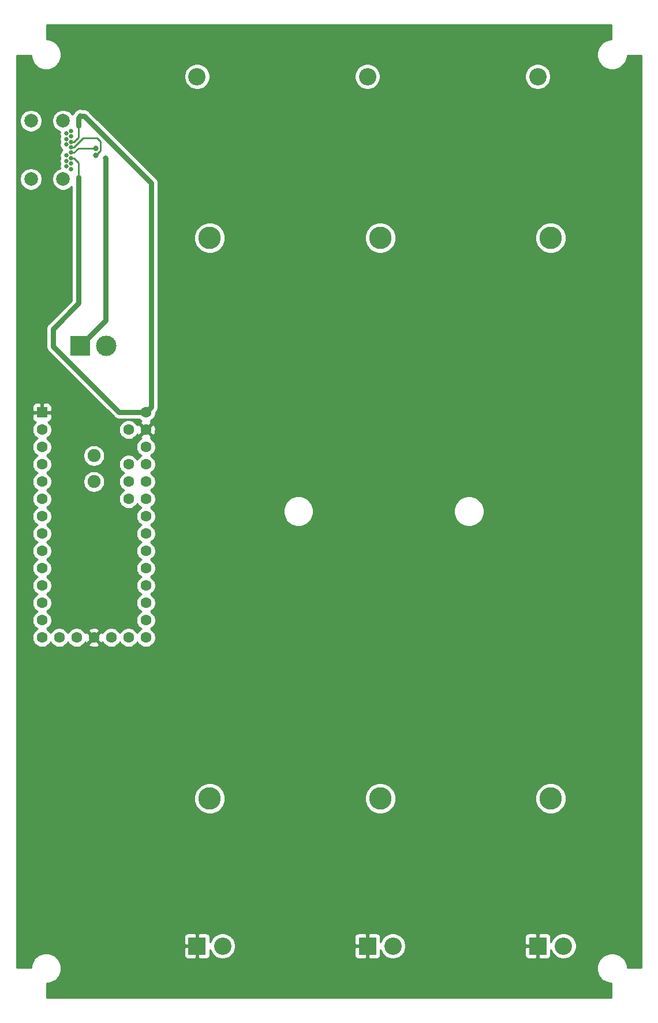
<source format=gbr>
G04 #@! TF.GenerationSoftware,KiCad,Pcbnew,(5.1.5)-3*
G04 #@! TF.CreationDate,2020-02-27T12:36:17+00:00*
G04 #@! TF.ProjectId,midi fader alps 100mm,6d696469-2066-4616-9465-7220616c7073,rev?*
G04 #@! TF.SameCoordinates,Original*
G04 #@! TF.FileFunction,Copper,L2,Bot*
G04 #@! TF.FilePolarity,Positive*
%FSLAX46Y46*%
G04 Gerber Fmt 4.6, Leading zero omitted, Abs format (unit mm)*
G04 Created by KiCad (PCBNEW (5.1.5)-3) date 2020-02-27 12:36:17*
%MOMM*%
%LPD*%
G04 APERTURE LIST*
%ADD10C,1.900000*%
%ADD11R,1.600000X1.600000*%
%ADD12C,1.600000*%
%ADD13C,2.999740*%
%ADD14R,2.999740X2.999740*%
%ADD15C,0.650000*%
%ADD16C,2.012000*%
%ADD17C,3.300000*%
%ADD18C,2.550000*%
%ADD19R,2.550000X2.550000*%
%ADD20C,0.800000*%
%ADD21C,0.750000*%
%ADD22C,0.250000*%
%ADD23C,0.254000*%
G04 APERTURE END LIST*
D10*
X131000000Y-110840000D03*
X131000000Y-114650000D03*
D11*
X123380000Y-104490000D03*
D12*
X123380000Y-107030000D03*
X123380000Y-109570000D03*
X123380000Y-112110000D03*
X123380000Y-114650000D03*
X123380000Y-117190000D03*
X123380000Y-119730000D03*
X123380000Y-122270000D03*
X123380000Y-124810000D03*
X123380000Y-127350000D03*
X123380000Y-129890000D03*
X123380000Y-132430000D03*
X123380000Y-134970000D03*
X136080000Y-117190000D03*
X136080000Y-114650000D03*
X136080000Y-112110000D03*
X136080000Y-107030000D03*
X138620000Y-104490000D03*
X138620000Y-107030000D03*
X138620000Y-109570000D03*
X138620000Y-112110000D03*
X138620000Y-114650000D03*
X138620000Y-117190000D03*
X138620000Y-119730000D03*
X138620000Y-122270000D03*
X138620000Y-124810000D03*
X138620000Y-127350000D03*
X138620000Y-129890000D03*
X138620000Y-132430000D03*
X138620000Y-134970000D03*
X123380000Y-137510000D03*
X125920000Y-137510000D03*
X128460000Y-137510000D03*
X138620000Y-137510000D03*
X136080000Y-137510000D03*
X133540000Y-137510000D03*
X131000000Y-137510000D03*
D13*
X132810000Y-94750000D03*
D14*
X129000000Y-94750000D03*
D15*
X127645000Y-63200000D03*
X126945000Y-63600000D03*
X126945000Y-64400000D03*
X127645000Y-64800000D03*
X126945000Y-65200000D03*
X127645000Y-65600000D03*
X127645000Y-66400000D03*
X126945000Y-66800000D03*
X127645000Y-67200000D03*
X126945000Y-67600000D03*
X126945000Y-68400000D03*
X127645000Y-68800000D03*
D16*
X121765000Y-61730000D03*
X121765000Y-70270000D03*
X126495000Y-61730000D03*
X126495000Y-70270000D03*
D15*
X127645000Y-64000000D03*
X127645000Y-68000000D03*
D17*
X173000000Y-78900000D03*
X173000000Y-161100000D03*
D18*
X171125000Y-55250000D03*
X174875000Y-182750000D03*
D19*
X171125000Y-182750000D03*
D17*
X148000000Y-78900000D03*
X148000000Y-161100000D03*
D18*
X146125000Y-55250000D03*
X149875000Y-182750000D03*
D19*
X146125000Y-182750000D03*
D17*
X198000000Y-78900000D03*
X198000000Y-161100000D03*
D18*
X196125000Y-55250000D03*
X199875000Y-182750000D03*
D19*
X196125000Y-182750000D03*
D20*
X129000000Y-61000000D03*
X131250000Y-65750000D03*
X132750000Y-67250000D03*
X131250000Y-66750000D03*
D21*
X128750000Y-70000000D02*
X128750000Y-88500000D01*
X125000000Y-92250000D02*
X125000000Y-94784742D01*
X125000000Y-94784742D02*
X134705258Y-104490000D01*
X134705258Y-104490000D02*
X137488630Y-104490000D01*
X137488630Y-104490000D02*
X138620000Y-104490000D01*
X128750000Y-88500000D02*
X125000000Y-92250000D01*
X129565685Y-61000000D02*
X129000000Y-61000000D01*
X139419999Y-103690001D02*
X139419999Y-70854314D01*
X139419999Y-70854314D02*
X129565685Y-61000000D01*
X138620000Y-104490000D02*
X139419999Y-103690001D01*
X128750000Y-62500000D02*
X128750000Y-61250000D01*
X128750000Y-61250000D02*
X129000000Y-61000000D01*
D22*
X128750000Y-67845381D02*
X128750000Y-70000000D01*
X127645000Y-64800000D02*
X128104619Y-64800000D01*
X127645000Y-67200000D02*
X128104619Y-67200000D01*
X128104619Y-64800000D02*
X128750000Y-64154619D01*
X128750000Y-64154619D02*
X128750000Y-62500000D01*
X128104619Y-67200000D02*
X128750000Y-67845381D01*
X127645000Y-66400000D02*
X128104619Y-66400000D01*
X128754619Y-65750000D02*
X131250000Y-65750000D01*
X128104619Y-66400000D02*
X128754619Y-65750000D01*
D21*
X132750000Y-91000000D02*
X129000000Y-94750000D01*
X132750000Y-67250000D02*
X132750000Y-91000000D01*
D22*
X127645000Y-65600000D02*
X128104619Y-65600000D01*
X129454619Y-64250000D02*
X131500000Y-64250000D01*
X128104619Y-65600000D02*
X129454619Y-64250000D01*
X131975001Y-66098001D02*
X131323002Y-66750000D01*
X131323002Y-66750000D02*
X131250000Y-66750000D01*
X131500000Y-64250000D02*
X131975001Y-64725001D01*
X131975001Y-64725001D02*
X131975001Y-66098001D01*
D23*
G36*
X206873000Y-49765000D02*
G01*
X206779872Y-49765000D01*
X206348075Y-49850890D01*
X205941331Y-50019369D01*
X205575271Y-50263962D01*
X205263962Y-50575271D01*
X205019369Y-50941331D01*
X204850890Y-51348075D01*
X204765000Y-51779872D01*
X204765000Y-52220128D01*
X204850890Y-52651925D01*
X205019369Y-53058669D01*
X205263962Y-53424729D01*
X205575271Y-53736038D01*
X205941331Y-53980631D01*
X206348075Y-54149110D01*
X206779872Y-54235000D01*
X207220128Y-54235000D01*
X207651925Y-54149110D01*
X208058669Y-53980631D01*
X208424729Y-53736038D01*
X208736038Y-53424729D01*
X208980631Y-53058669D01*
X209149110Y-52651925D01*
X209235000Y-52220128D01*
X209235000Y-52127000D01*
X211340001Y-52127000D01*
X211340000Y-185873000D01*
X209235000Y-185873000D01*
X209235000Y-185779872D01*
X209149110Y-185348075D01*
X208980631Y-184941331D01*
X208736038Y-184575271D01*
X208424729Y-184263962D01*
X208058669Y-184019369D01*
X207651925Y-183850890D01*
X207220128Y-183765000D01*
X206779872Y-183765000D01*
X206348075Y-183850890D01*
X205941331Y-184019369D01*
X205575271Y-184263962D01*
X205263962Y-184575271D01*
X205019369Y-184941331D01*
X204850890Y-185348075D01*
X204765000Y-185779872D01*
X204765000Y-186220128D01*
X204850890Y-186651925D01*
X205019369Y-187058669D01*
X205263962Y-187424729D01*
X205575271Y-187736038D01*
X205941331Y-187980631D01*
X206348075Y-188149110D01*
X206779872Y-188235000D01*
X206873000Y-188235000D01*
X206873000Y-190340000D01*
X124127000Y-190340000D01*
X124127000Y-188235000D01*
X124220128Y-188235000D01*
X124651925Y-188149110D01*
X125058669Y-187980631D01*
X125424729Y-187736038D01*
X125736038Y-187424729D01*
X125980631Y-187058669D01*
X126149110Y-186651925D01*
X126235000Y-186220128D01*
X126235000Y-185779872D01*
X126149110Y-185348075D01*
X125980631Y-184941331D01*
X125736038Y-184575271D01*
X125424729Y-184263962D01*
X125067097Y-184025000D01*
X144211928Y-184025000D01*
X144224188Y-184149482D01*
X144260498Y-184269180D01*
X144319463Y-184379494D01*
X144398815Y-184476185D01*
X144495506Y-184555537D01*
X144605820Y-184614502D01*
X144725518Y-184650812D01*
X144850000Y-184663072D01*
X145839250Y-184660000D01*
X145998000Y-184501250D01*
X145998000Y-182877000D01*
X144373750Y-182877000D01*
X144215000Y-183035750D01*
X144211928Y-184025000D01*
X125067097Y-184025000D01*
X125058669Y-184019369D01*
X124651925Y-183850890D01*
X124220128Y-183765000D01*
X123779872Y-183765000D01*
X123348075Y-183850890D01*
X122941331Y-184019369D01*
X122575271Y-184263962D01*
X122263962Y-184575271D01*
X122019369Y-184941331D01*
X121850890Y-185348075D01*
X121765000Y-185779872D01*
X121765000Y-185873000D01*
X119660000Y-185873000D01*
X119660000Y-181475000D01*
X144211928Y-181475000D01*
X144215000Y-182464250D01*
X144373750Y-182623000D01*
X145998000Y-182623000D01*
X145998000Y-180998750D01*
X146252000Y-180998750D01*
X146252000Y-182623000D01*
X146272000Y-182623000D01*
X146272000Y-182877000D01*
X146252000Y-182877000D01*
X146252000Y-184501250D01*
X146410750Y-184660000D01*
X147400000Y-184663072D01*
X147524482Y-184650812D01*
X147644180Y-184614502D01*
X147754494Y-184555537D01*
X147851185Y-184476185D01*
X147930537Y-184379494D01*
X147989502Y-184269180D01*
X148025812Y-184149482D01*
X148038072Y-184025000D01*
X148035802Y-183294067D01*
X148038400Y-183307127D01*
X148182380Y-183654724D01*
X148391406Y-183967554D01*
X148657446Y-184233594D01*
X148970276Y-184442620D01*
X149317873Y-184586600D01*
X149686881Y-184660000D01*
X150063119Y-184660000D01*
X150432127Y-184586600D01*
X150779724Y-184442620D01*
X151092554Y-184233594D01*
X151301148Y-184025000D01*
X169211928Y-184025000D01*
X169224188Y-184149482D01*
X169260498Y-184269180D01*
X169319463Y-184379494D01*
X169398815Y-184476185D01*
X169495506Y-184555537D01*
X169605820Y-184614502D01*
X169725518Y-184650812D01*
X169850000Y-184663072D01*
X170839250Y-184660000D01*
X170998000Y-184501250D01*
X170998000Y-182877000D01*
X169373750Y-182877000D01*
X169215000Y-183035750D01*
X169211928Y-184025000D01*
X151301148Y-184025000D01*
X151358594Y-183967554D01*
X151567620Y-183654724D01*
X151711600Y-183307127D01*
X151785000Y-182938119D01*
X151785000Y-182561881D01*
X151711600Y-182192873D01*
X151567620Y-181845276D01*
X151358594Y-181532446D01*
X151301148Y-181475000D01*
X169211928Y-181475000D01*
X169215000Y-182464250D01*
X169373750Y-182623000D01*
X170998000Y-182623000D01*
X170998000Y-180998750D01*
X171252000Y-180998750D01*
X171252000Y-182623000D01*
X171272000Y-182623000D01*
X171272000Y-182877000D01*
X171252000Y-182877000D01*
X171252000Y-184501250D01*
X171410750Y-184660000D01*
X172400000Y-184663072D01*
X172524482Y-184650812D01*
X172644180Y-184614502D01*
X172754494Y-184555537D01*
X172851185Y-184476185D01*
X172930537Y-184379494D01*
X172989502Y-184269180D01*
X173025812Y-184149482D01*
X173038072Y-184025000D01*
X173035802Y-183294067D01*
X173038400Y-183307127D01*
X173182380Y-183654724D01*
X173391406Y-183967554D01*
X173657446Y-184233594D01*
X173970276Y-184442620D01*
X174317873Y-184586600D01*
X174686881Y-184660000D01*
X175063119Y-184660000D01*
X175432127Y-184586600D01*
X175779724Y-184442620D01*
X176092554Y-184233594D01*
X176301148Y-184025000D01*
X194211928Y-184025000D01*
X194224188Y-184149482D01*
X194260498Y-184269180D01*
X194319463Y-184379494D01*
X194398815Y-184476185D01*
X194495506Y-184555537D01*
X194605820Y-184614502D01*
X194725518Y-184650812D01*
X194850000Y-184663072D01*
X195839250Y-184660000D01*
X195998000Y-184501250D01*
X195998000Y-182877000D01*
X194373750Y-182877000D01*
X194215000Y-183035750D01*
X194211928Y-184025000D01*
X176301148Y-184025000D01*
X176358594Y-183967554D01*
X176567620Y-183654724D01*
X176711600Y-183307127D01*
X176785000Y-182938119D01*
X176785000Y-182561881D01*
X176711600Y-182192873D01*
X176567620Y-181845276D01*
X176358594Y-181532446D01*
X176301148Y-181475000D01*
X194211928Y-181475000D01*
X194215000Y-182464250D01*
X194373750Y-182623000D01*
X195998000Y-182623000D01*
X195998000Y-180998750D01*
X196252000Y-180998750D01*
X196252000Y-182623000D01*
X196272000Y-182623000D01*
X196272000Y-182877000D01*
X196252000Y-182877000D01*
X196252000Y-184501250D01*
X196410750Y-184660000D01*
X197400000Y-184663072D01*
X197524482Y-184650812D01*
X197644180Y-184614502D01*
X197754494Y-184555537D01*
X197851185Y-184476185D01*
X197930537Y-184379494D01*
X197989502Y-184269180D01*
X198025812Y-184149482D01*
X198038072Y-184025000D01*
X198035802Y-183294067D01*
X198038400Y-183307127D01*
X198182380Y-183654724D01*
X198391406Y-183967554D01*
X198657446Y-184233594D01*
X198970276Y-184442620D01*
X199317873Y-184586600D01*
X199686881Y-184660000D01*
X200063119Y-184660000D01*
X200432127Y-184586600D01*
X200779724Y-184442620D01*
X201092554Y-184233594D01*
X201358594Y-183967554D01*
X201567620Y-183654724D01*
X201711600Y-183307127D01*
X201785000Y-182938119D01*
X201785000Y-182561881D01*
X201711600Y-182192873D01*
X201567620Y-181845276D01*
X201358594Y-181532446D01*
X201092554Y-181266406D01*
X200779724Y-181057380D01*
X200432127Y-180913400D01*
X200063119Y-180840000D01*
X199686881Y-180840000D01*
X199317873Y-180913400D01*
X198970276Y-181057380D01*
X198657446Y-181266406D01*
X198391406Y-181532446D01*
X198182380Y-181845276D01*
X198038400Y-182192873D01*
X198035802Y-182205933D01*
X198038072Y-181475000D01*
X198025812Y-181350518D01*
X197989502Y-181230820D01*
X197930537Y-181120506D01*
X197851185Y-181023815D01*
X197754494Y-180944463D01*
X197644180Y-180885498D01*
X197524482Y-180849188D01*
X197400000Y-180836928D01*
X196410750Y-180840000D01*
X196252000Y-180998750D01*
X195998000Y-180998750D01*
X195839250Y-180840000D01*
X194850000Y-180836928D01*
X194725518Y-180849188D01*
X194605820Y-180885498D01*
X194495506Y-180944463D01*
X194398815Y-181023815D01*
X194319463Y-181120506D01*
X194260498Y-181230820D01*
X194224188Y-181350518D01*
X194211928Y-181475000D01*
X176301148Y-181475000D01*
X176092554Y-181266406D01*
X175779724Y-181057380D01*
X175432127Y-180913400D01*
X175063119Y-180840000D01*
X174686881Y-180840000D01*
X174317873Y-180913400D01*
X173970276Y-181057380D01*
X173657446Y-181266406D01*
X173391406Y-181532446D01*
X173182380Y-181845276D01*
X173038400Y-182192873D01*
X173035802Y-182205933D01*
X173038072Y-181475000D01*
X173025812Y-181350518D01*
X172989502Y-181230820D01*
X172930537Y-181120506D01*
X172851185Y-181023815D01*
X172754494Y-180944463D01*
X172644180Y-180885498D01*
X172524482Y-180849188D01*
X172400000Y-180836928D01*
X171410750Y-180840000D01*
X171252000Y-180998750D01*
X170998000Y-180998750D01*
X170839250Y-180840000D01*
X169850000Y-180836928D01*
X169725518Y-180849188D01*
X169605820Y-180885498D01*
X169495506Y-180944463D01*
X169398815Y-181023815D01*
X169319463Y-181120506D01*
X169260498Y-181230820D01*
X169224188Y-181350518D01*
X169211928Y-181475000D01*
X151301148Y-181475000D01*
X151092554Y-181266406D01*
X150779724Y-181057380D01*
X150432127Y-180913400D01*
X150063119Y-180840000D01*
X149686881Y-180840000D01*
X149317873Y-180913400D01*
X148970276Y-181057380D01*
X148657446Y-181266406D01*
X148391406Y-181532446D01*
X148182380Y-181845276D01*
X148038400Y-182192873D01*
X148035802Y-182205933D01*
X148038072Y-181475000D01*
X148025812Y-181350518D01*
X147989502Y-181230820D01*
X147930537Y-181120506D01*
X147851185Y-181023815D01*
X147754494Y-180944463D01*
X147644180Y-180885498D01*
X147524482Y-180849188D01*
X147400000Y-180836928D01*
X146410750Y-180840000D01*
X146252000Y-180998750D01*
X145998000Y-180998750D01*
X145839250Y-180840000D01*
X144850000Y-180836928D01*
X144725518Y-180849188D01*
X144605820Y-180885498D01*
X144495506Y-180944463D01*
X144398815Y-181023815D01*
X144319463Y-181120506D01*
X144260498Y-181230820D01*
X144224188Y-181350518D01*
X144211928Y-181475000D01*
X119660000Y-181475000D01*
X119660000Y-160874947D01*
X145715000Y-160874947D01*
X145715000Y-161325053D01*
X145802811Y-161766510D01*
X145975059Y-162182353D01*
X146225125Y-162556603D01*
X146543397Y-162874875D01*
X146917647Y-163124941D01*
X147333490Y-163297189D01*
X147774947Y-163385000D01*
X148225053Y-163385000D01*
X148666510Y-163297189D01*
X149082353Y-163124941D01*
X149456603Y-162874875D01*
X149774875Y-162556603D01*
X150024941Y-162182353D01*
X150197189Y-161766510D01*
X150285000Y-161325053D01*
X150285000Y-160874947D01*
X170715000Y-160874947D01*
X170715000Y-161325053D01*
X170802811Y-161766510D01*
X170975059Y-162182353D01*
X171225125Y-162556603D01*
X171543397Y-162874875D01*
X171917647Y-163124941D01*
X172333490Y-163297189D01*
X172774947Y-163385000D01*
X173225053Y-163385000D01*
X173666510Y-163297189D01*
X174082353Y-163124941D01*
X174456603Y-162874875D01*
X174774875Y-162556603D01*
X175024941Y-162182353D01*
X175197189Y-161766510D01*
X175285000Y-161325053D01*
X175285000Y-160874947D01*
X195715000Y-160874947D01*
X195715000Y-161325053D01*
X195802811Y-161766510D01*
X195975059Y-162182353D01*
X196225125Y-162556603D01*
X196543397Y-162874875D01*
X196917647Y-163124941D01*
X197333490Y-163297189D01*
X197774947Y-163385000D01*
X198225053Y-163385000D01*
X198666510Y-163297189D01*
X199082353Y-163124941D01*
X199456603Y-162874875D01*
X199774875Y-162556603D01*
X200024941Y-162182353D01*
X200197189Y-161766510D01*
X200285000Y-161325053D01*
X200285000Y-160874947D01*
X200197189Y-160433490D01*
X200024941Y-160017647D01*
X199774875Y-159643397D01*
X199456603Y-159325125D01*
X199082353Y-159075059D01*
X198666510Y-158902811D01*
X198225053Y-158815000D01*
X197774947Y-158815000D01*
X197333490Y-158902811D01*
X196917647Y-159075059D01*
X196543397Y-159325125D01*
X196225125Y-159643397D01*
X195975059Y-160017647D01*
X195802811Y-160433490D01*
X195715000Y-160874947D01*
X175285000Y-160874947D01*
X175197189Y-160433490D01*
X175024941Y-160017647D01*
X174774875Y-159643397D01*
X174456603Y-159325125D01*
X174082353Y-159075059D01*
X173666510Y-158902811D01*
X173225053Y-158815000D01*
X172774947Y-158815000D01*
X172333490Y-158902811D01*
X171917647Y-159075059D01*
X171543397Y-159325125D01*
X171225125Y-159643397D01*
X170975059Y-160017647D01*
X170802811Y-160433490D01*
X170715000Y-160874947D01*
X150285000Y-160874947D01*
X150197189Y-160433490D01*
X150024941Y-160017647D01*
X149774875Y-159643397D01*
X149456603Y-159325125D01*
X149082353Y-159075059D01*
X148666510Y-158902811D01*
X148225053Y-158815000D01*
X147774947Y-158815000D01*
X147333490Y-158902811D01*
X146917647Y-159075059D01*
X146543397Y-159325125D01*
X146225125Y-159643397D01*
X145975059Y-160017647D01*
X145802811Y-160433490D01*
X145715000Y-160874947D01*
X119660000Y-160874947D01*
X119660000Y-105290000D01*
X121941928Y-105290000D01*
X121954188Y-105414482D01*
X121990498Y-105534180D01*
X122049463Y-105644494D01*
X122128815Y-105741185D01*
X122225506Y-105820537D01*
X122335820Y-105879502D01*
X122455518Y-105915812D01*
X122463961Y-105916643D01*
X122265363Y-106115241D01*
X122108320Y-106350273D01*
X122000147Y-106611426D01*
X121945000Y-106888665D01*
X121945000Y-107171335D01*
X122000147Y-107448574D01*
X122108320Y-107709727D01*
X122265363Y-107944759D01*
X122465241Y-108144637D01*
X122697759Y-108300000D01*
X122465241Y-108455363D01*
X122265363Y-108655241D01*
X122108320Y-108890273D01*
X122000147Y-109151426D01*
X121945000Y-109428665D01*
X121945000Y-109711335D01*
X122000147Y-109988574D01*
X122108320Y-110249727D01*
X122265363Y-110484759D01*
X122465241Y-110684637D01*
X122697759Y-110840000D01*
X122465241Y-110995363D01*
X122265363Y-111195241D01*
X122108320Y-111430273D01*
X122000147Y-111691426D01*
X121945000Y-111968665D01*
X121945000Y-112251335D01*
X122000147Y-112528574D01*
X122108320Y-112789727D01*
X122265363Y-113024759D01*
X122465241Y-113224637D01*
X122697759Y-113380000D01*
X122465241Y-113535363D01*
X122265363Y-113735241D01*
X122108320Y-113970273D01*
X122000147Y-114231426D01*
X121945000Y-114508665D01*
X121945000Y-114791335D01*
X122000147Y-115068574D01*
X122108320Y-115329727D01*
X122265363Y-115564759D01*
X122465241Y-115764637D01*
X122697759Y-115920000D01*
X122465241Y-116075363D01*
X122265363Y-116275241D01*
X122108320Y-116510273D01*
X122000147Y-116771426D01*
X121945000Y-117048665D01*
X121945000Y-117331335D01*
X122000147Y-117608574D01*
X122108320Y-117869727D01*
X122265363Y-118104759D01*
X122465241Y-118304637D01*
X122697759Y-118460000D01*
X122465241Y-118615363D01*
X122265363Y-118815241D01*
X122108320Y-119050273D01*
X122000147Y-119311426D01*
X121945000Y-119588665D01*
X121945000Y-119871335D01*
X122000147Y-120148574D01*
X122108320Y-120409727D01*
X122265363Y-120644759D01*
X122465241Y-120844637D01*
X122697759Y-121000000D01*
X122465241Y-121155363D01*
X122265363Y-121355241D01*
X122108320Y-121590273D01*
X122000147Y-121851426D01*
X121945000Y-122128665D01*
X121945000Y-122411335D01*
X122000147Y-122688574D01*
X122108320Y-122949727D01*
X122265363Y-123184759D01*
X122465241Y-123384637D01*
X122697759Y-123540000D01*
X122465241Y-123695363D01*
X122265363Y-123895241D01*
X122108320Y-124130273D01*
X122000147Y-124391426D01*
X121945000Y-124668665D01*
X121945000Y-124951335D01*
X122000147Y-125228574D01*
X122108320Y-125489727D01*
X122265363Y-125724759D01*
X122465241Y-125924637D01*
X122697759Y-126080000D01*
X122465241Y-126235363D01*
X122265363Y-126435241D01*
X122108320Y-126670273D01*
X122000147Y-126931426D01*
X121945000Y-127208665D01*
X121945000Y-127491335D01*
X122000147Y-127768574D01*
X122108320Y-128029727D01*
X122265363Y-128264759D01*
X122465241Y-128464637D01*
X122697759Y-128620000D01*
X122465241Y-128775363D01*
X122265363Y-128975241D01*
X122108320Y-129210273D01*
X122000147Y-129471426D01*
X121945000Y-129748665D01*
X121945000Y-130031335D01*
X122000147Y-130308574D01*
X122108320Y-130569727D01*
X122265363Y-130804759D01*
X122465241Y-131004637D01*
X122697759Y-131160000D01*
X122465241Y-131315363D01*
X122265363Y-131515241D01*
X122108320Y-131750273D01*
X122000147Y-132011426D01*
X121945000Y-132288665D01*
X121945000Y-132571335D01*
X122000147Y-132848574D01*
X122108320Y-133109727D01*
X122265363Y-133344759D01*
X122465241Y-133544637D01*
X122697759Y-133700000D01*
X122465241Y-133855363D01*
X122265363Y-134055241D01*
X122108320Y-134290273D01*
X122000147Y-134551426D01*
X121945000Y-134828665D01*
X121945000Y-135111335D01*
X122000147Y-135388574D01*
X122108320Y-135649727D01*
X122265363Y-135884759D01*
X122465241Y-136084637D01*
X122697759Y-136240000D01*
X122465241Y-136395363D01*
X122265363Y-136595241D01*
X122108320Y-136830273D01*
X122000147Y-137091426D01*
X121945000Y-137368665D01*
X121945000Y-137651335D01*
X122000147Y-137928574D01*
X122108320Y-138189727D01*
X122265363Y-138424759D01*
X122465241Y-138624637D01*
X122700273Y-138781680D01*
X122961426Y-138889853D01*
X123238665Y-138945000D01*
X123521335Y-138945000D01*
X123798574Y-138889853D01*
X124059727Y-138781680D01*
X124294759Y-138624637D01*
X124494637Y-138424759D01*
X124650000Y-138192241D01*
X124805363Y-138424759D01*
X125005241Y-138624637D01*
X125240273Y-138781680D01*
X125501426Y-138889853D01*
X125778665Y-138945000D01*
X126061335Y-138945000D01*
X126338574Y-138889853D01*
X126599727Y-138781680D01*
X126834759Y-138624637D01*
X127034637Y-138424759D01*
X127190000Y-138192241D01*
X127345363Y-138424759D01*
X127545241Y-138624637D01*
X127780273Y-138781680D01*
X128041426Y-138889853D01*
X128318665Y-138945000D01*
X128601335Y-138945000D01*
X128878574Y-138889853D01*
X129139727Y-138781680D01*
X129374759Y-138624637D01*
X129496694Y-138502702D01*
X130186903Y-138502702D01*
X130258486Y-138746671D01*
X130513996Y-138867571D01*
X130788184Y-138936300D01*
X131070512Y-138950217D01*
X131350130Y-138908787D01*
X131616292Y-138813603D01*
X131741514Y-138746671D01*
X131813097Y-138502702D01*
X131000000Y-137689605D01*
X130186903Y-138502702D01*
X129496694Y-138502702D01*
X129574637Y-138424759D01*
X129730915Y-138190872D01*
X129763329Y-138251514D01*
X130007298Y-138323097D01*
X130820395Y-137510000D01*
X131179605Y-137510000D01*
X131992702Y-138323097D01*
X132236671Y-138251514D01*
X132267194Y-138187008D01*
X132268320Y-138189727D01*
X132425363Y-138424759D01*
X132625241Y-138624637D01*
X132860273Y-138781680D01*
X133121426Y-138889853D01*
X133398665Y-138945000D01*
X133681335Y-138945000D01*
X133958574Y-138889853D01*
X134219727Y-138781680D01*
X134454759Y-138624637D01*
X134654637Y-138424759D01*
X134810000Y-138192241D01*
X134965363Y-138424759D01*
X135165241Y-138624637D01*
X135400273Y-138781680D01*
X135661426Y-138889853D01*
X135938665Y-138945000D01*
X136221335Y-138945000D01*
X136498574Y-138889853D01*
X136759727Y-138781680D01*
X136994759Y-138624637D01*
X137194637Y-138424759D01*
X137350000Y-138192241D01*
X137505363Y-138424759D01*
X137705241Y-138624637D01*
X137940273Y-138781680D01*
X138201426Y-138889853D01*
X138478665Y-138945000D01*
X138761335Y-138945000D01*
X139038574Y-138889853D01*
X139299727Y-138781680D01*
X139534759Y-138624637D01*
X139734637Y-138424759D01*
X139891680Y-138189727D01*
X139999853Y-137928574D01*
X140055000Y-137651335D01*
X140055000Y-137368665D01*
X139999853Y-137091426D01*
X139891680Y-136830273D01*
X139734637Y-136595241D01*
X139534759Y-136395363D01*
X139302241Y-136240000D01*
X139534759Y-136084637D01*
X139734637Y-135884759D01*
X139891680Y-135649727D01*
X139999853Y-135388574D01*
X140055000Y-135111335D01*
X140055000Y-134828665D01*
X139999853Y-134551426D01*
X139891680Y-134290273D01*
X139734637Y-134055241D01*
X139534759Y-133855363D01*
X139302241Y-133700000D01*
X139534759Y-133544637D01*
X139734637Y-133344759D01*
X139891680Y-133109727D01*
X139999853Y-132848574D01*
X140055000Y-132571335D01*
X140055000Y-132288665D01*
X139999853Y-132011426D01*
X139891680Y-131750273D01*
X139734637Y-131515241D01*
X139534759Y-131315363D01*
X139302241Y-131160000D01*
X139534759Y-131004637D01*
X139734637Y-130804759D01*
X139891680Y-130569727D01*
X139999853Y-130308574D01*
X140055000Y-130031335D01*
X140055000Y-129748665D01*
X139999853Y-129471426D01*
X139891680Y-129210273D01*
X139734637Y-128975241D01*
X139534759Y-128775363D01*
X139302241Y-128620000D01*
X139534759Y-128464637D01*
X139734637Y-128264759D01*
X139891680Y-128029727D01*
X139999853Y-127768574D01*
X140055000Y-127491335D01*
X140055000Y-127208665D01*
X139999853Y-126931426D01*
X139891680Y-126670273D01*
X139734637Y-126435241D01*
X139534759Y-126235363D01*
X139302241Y-126080000D01*
X139534759Y-125924637D01*
X139734637Y-125724759D01*
X139891680Y-125489727D01*
X139999853Y-125228574D01*
X140055000Y-124951335D01*
X140055000Y-124668665D01*
X139999853Y-124391426D01*
X139891680Y-124130273D01*
X139734637Y-123895241D01*
X139534759Y-123695363D01*
X139302241Y-123540000D01*
X139534759Y-123384637D01*
X139734637Y-123184759D01*
X139891680Y-122949727D01*
X139999853Y-122688574D01*
X140055000Y-122411335D01*
X140055000Y-122128665D01*
X139999853Y-121851426D01*
X139891680Y-121590273D01*
X139734637Y-121355241D01*
X139534759Y-121155363D01*
X139302241Y-121000000D01*
X139534759Y-120844637D01*
X139734637Y-120644759D01*
X139891680Y-120409727D01*
X139999853Y-120148574D01*
X140055000Y-119871335D01*
X140055000Y-119588665D01*
X139999853Y-119311426D01*
X139891680Y-119050273D01*
X139734637Y-118815241D01*
X139699268Y-118779872D01*
X158765000Y-118779872D01*
X158765000Y-119220128D01*
X158850890Y-119651925D01*
X159019369Y-120058669D01*
X159263962Y-120424729D01*
X159575271Y-120736038D01*
X159941331Y-120980631D01*
X160348075Y-121149110D01*
X160779872Y-121235000D01*
X161220128Y-121235000D01*
X161651925Y-121149110D01*
X162058669Y-120980631D01*
X162424729Y-120736038D01*
X162736038Y-120424729D01*
X162980631Y-120058669D01*
X163149110Y-119651925D01*
X163235000Y-119220128D01*
X163235000Y-118779872D01*
X183765000Y-118779872D01*
X183765000Y-119220128D01*
X183850890Y-119651925D01*
X184019369Y-120058669D01*
X184263962Y-120424729D01*
X184575271Y-120736038D01*
X184941331Y-120980631D01*
X185348075Y-121149110D01*
X185779872Y-121235000D01*
X186220128Y-121235000D01*
X186651925Y-121149110D01*
X187058669Y-120980631D01*
X187424729Y-120736038D01*
X187736038Y-120424729D01*
X187980631Y-120058669D01*
X188149110Y-119651925D01*
X188235000Y-119220128D01*
X188235000Y-118779872D01*
X188149110Y-118348075D01*
X187980631Y-117941331D01*
X187736038Y-117575271D01*
X187424729Y-117263962D01*
X187058669Y-117019369D01*
X186651925Y-116850890D01*
X186220128Y-116765000D01*
X185779872Y-116765000D01*
X185348075Y-116850890D01*
X184941331Y-117019369D01*
X184575271Y-117263962D01*
X184263962Y-117575271D01*
X184019369Y-117941331D01*
X183850890Y-118348075D01*
X183765000Y-118779872D01*
X163235000Y-118779872D01*
X163149110Y-118348075D01*
X162980631Y-117941331D01*
X162736038Y-117575271D01*
X162424729Y-117263962D01*
X162058669Y-117019369D01*
X161651925Y-116850890D01*
X161220128Y-116765000D01*
X160779872Y-116765000D01*
X160348075Y-116850890D01*
X159941331Y-117019369D01*
X159575271Y-117263962D01*
X159263962Y-117575271D01*
X159019369Y-117941331D01*
X158850890Y-118348075D01*
X158765000Y-118779872D01*
X139699268Y-118779872D01*
X139534759Y-118615363D01*
X139302241Y-118460000D01*
X139534759Y-118304637D01*
X139734637Y-118104759D01*
X139891680Y-117869727D01*
X139999853Y-117608574D01*
X140055000Y-117331335D01*
X140055000Y-117048665D01*
X139999853Y-116771426D01*
X139891680Y-116510273D01*
X139734637Y-116275241D01*
X139534759Y-116075363D01*
X139302241Y-115920000D01*
X139534759Y-115764637D01*
X139734637Y-115564759D01*
X139891680Y-115329727D01*
X139999853Y-115068574D01*
X140055000Y-114791335D01*
X140055000Y-114508665D01*
X139999853Y-114231426D01*
X139891680Y-113970273D01*
X139734637Y-113735241D01*
X139534759Y-113535363D01*
X139302241Y-113380000D01*
X139534759Y-113224637D01*
X139734637Y-113024759D01*
X139891680Y-112789727D01*
X139999853Y-112528574D01*
X140055000Y-112251335D01*
X140055000Y-111968665D01*
X139999853Y-111691426D01*
X139891680Y-111430273D01*
X139734637Y-111195241D01*
X139534759Y-110995363D01*
X139302241Y-110840000D01*
X139534759Y-110684637D01*
X139734637Y-110484759D01*
X139891680Y-110249727D01*
X139999853Y-109988574D01*
X140055000Y-109711335D01*
X140055000Y-109428665D01*
X139999853Y-109151426D01*
X139891680Y-108890273D01*
X139734637Y-108655241D01*
X139534759Y-108455363D01*
X139300872Y-108299085D01*
X139361514Y-108266671D01*
X139433097Y-108022702D01*
X138620000Y-107209605D01*
X137806903Y-108022702D01*
X137878486Y-108266671D01*
X137942992Y-108297194D01*
X137940273Y-108298320D01*
X137705241Y-108455363D01*
X137505363Y-108655241D01*
X137348320Y-108890273D01*
X137240147Y-109151426D01*
X137185000Y-109428665D01*
X137185000Y-109711335D01*
X137240147Y-109988574D01*
X137348320Y-110249727D01*
X137505363Y-110484759D01*
X137705241Y-110684637D01*
X137937759Y-110840000D01*
X137705241Y-110995363D01*
X137505363Y-111195241D01*
X137350000Y-111427759D01*
X137194637Y-111195241D01*
X136994759Y-110995363D01*
X136759727Y-110838320D01*
X136498574Y-110730147D01*
X136221335Y-110675000D01*
X135938665Y-110675000D01*
X135661426Y-110730147D01*
X135400273Y-110838320D01*
X135165241Y-110995363D01*
X134965363Y-111195241D01*
X134808320Y-111430273D01*
X134700147Y-111691426D01*
X134645000Y-111968665D01*
X134645000Y-112251335D01*
X134700147Y-112528574D01*
X134808320Y-112789727D01*
X134965363Y-113024759D01*
X135165241Y-113224637D01*
X135397759Y-113380000D01*
X135165241Y-113535363D01*
X134965363Y-113735241D01*
X134808320Y-113970273D01*
X134700147Y-114231426D01*
X134645000Y-114508665D01*
X134645000Y-114791335D01*
X134700147Y-115068574D01*
X134808320Y-115329727D01*
X134965363Y-115564759D01*
X135165241Y-115764637D01*
X135397759Y-115920000D01*
X135165241Y-116075363D01*
X134965363Y-116275241D01*
X134808320Y-116510273D01*
X134700147Y-116771426D01*
X134645000Y-117048665D01*
X134645000Y-117331335D01*
X134700147Y-117608574D01*
X134808320Y-117869727D01*
X134965363Y-118104759D01*
X135165241Y-118304637D01*
X135400273Y-118461680D01*
X135661426Y-118569853D01*
X135938665Y-118625000D01*
X136221335Y-118625000D01*
X136498574Y-118569853D01*
X136759727Y-118461680D01*
X136994759Y-118304637D01*
X137194637Y-118104759D01*
X137350000Y-117872241D01*
X137505363Y-118104759D01*
X137705241Y-118304637D01*
X137937759Y-118460000D01*
X137705241Y-118615363D01*
X137505363Y-118815241D01*
X137348320Y-119050273D01*
X137240147Y-119311426D01*
X137185000Y-119588665D01*
X137185000Y-119871335D01*
X137240147Y-120148574D01*
X137348320Y-120409727D01*
X137505363Y-120644759D01*
X137705241Y-120844637D01*
X137937759Y-121000000D01*
X137705241Y-121155363D01*
X137505363Y-121355241D01*
X137348320Y-121590273D01*
X137240147Y-121851426D01*
X137185000Y-122128665D01*
X137185000Y-122411335D01*
X137240147Y-122688574D01*
X137348320Y-122949727D01*
X137505363Y-123184759D01*
X137705241Y-123384637D01*
X137937759Y-123540000D01*
X137705241Y-123695363D01*
X137505363Y-123895241D01*
X137348320Y-124130273D01*
X137240147Y-124391426D01*
X137185000Y-124668665D01*
X137185000Y-124951335D01*
X137240147Y-125228574D01*
X137348320Y-125489727D01*
X137505363Y-125724759D01*
X137705241Y-125924637D01*
X137937759Y-126080000D01*
X137705241Y-126235363D01*
X137505363Y-126435241D01*
X137348320Y-126670273D01*
X137240147Y-126931426D01*
X137185000Y-127208665D01*
X137185000Y-127491335D01*
X137240147Y-127768574D01*
X137348320Y-128029727D01*
X137505363Y-128264759D01*
X137705241Y-128464637D01*
X137937759Y-128620000D01*
X137705241Y-128775363D01*
X137505363Y-128975241D01*
X137348320Y-129210273D01*
X137240147Y-129471426D01*
X137185000Y-129748665D01*
X137185000Y-130031335D01*
X137240147Y-130308574D01*
X137348320Y-130569727D01*
X137505363Y-130804759D01*
X137705241Y-131004637D01*
X137937759Y-131160000D01*
X137705241Y-131315363D01*
X137505363Y-131515241D01*
X137348320Y-131750273D01*
X137240147Y-132011426D01*
X137185000Y-132288665D01*
X137185000Y-132571335D01*
X137240147Y-132848574D01*
X137348320Y-133109727D01*
X137505363Y-133344759D01*
X137705241Y-133544637D01*
X137937759Y-133700000D01*
X137705241Y-133855363D01*
X137505363Y-134055241D01*
X137348320Y-134290273D01*
X137240147Y-134551426D01*
X137185000Y-134828665D01*
X137185000Y-135111335D01*
X137240147Y-135388574D01*
X137348320Y-135649727D01*
X137505363Y-135884759D01*
X137705241Y-136084637D01*
X137937759Y-136240000D01*
X137705241Y-136395363D01*
X137505363Y-136595241D01*
X137350000Y-136827759D01*
X137194637Y-136595241D01*
X136994759Y-136395363D01*
X136759727Y-136238320D01*
X136498574Y-136130147D01*
X136221335Y-136075000D01*
X135938665Y-136075000D01*
X135661426Y-136130147D01*
X135400273Y-136238320D01*
X135165241Y-136395363D01*
X134965363Y-136595241D01*
X134810000Y-136827759D01*
X134654637Y-136595241D01*
X134454759Y-136395363D01*
X134219727Y-136238320D01*
X133958574Y-136130147D01*
X133681335Y-136075000D01*
X133398665Y-136075000D01*
X133121426Y-136130147D01*
X132860273Y-136238320D01*
X132625241Y-136395363D01*
X132425363Y-136595241D01*
X132269085Y-136829128D01*
X132236671Y-136768486D01*
X131992702Y-136696903D01*
X131179605Y-137510000D01*
X130820395Y-137510000D01*
X130007298Y-136696903D01*
X129763329Y-136768486D01*
X129732806Y-136832992D01*
X129731680Y-136830273D01*
X129574637Y-136595241D01*
X129496694Y-136517298D01*
X130186903Y-136517298D01*
X131000000Y-137330395D01*
X131813097Y-136517298D01*
X131741514Y-136273329D01*
X131486004Y-136152429D01*
X131211816Y-136083700D01*
X130929488Y-136069783D01*
X130649870Y-136111213D01*
X130383708Y-136206397D01*
X130258486Y-136273329D01*
X130186903Y-136517298D01*
X129496694Y-136517298D01*
X129374759Y-136395363D01*
X129139727Y-136238320D01*
X128878574Y-136130147D01*
X128601335Y-136075000D01*
X128318665Y-136075000D01*
X128041426Y-136130147D01*
X127780273Y-136238320D01*
X127545241Y-136395363D01*
X127345363Y-136595241D01*
X127190000Y-136827759D01*
X127034637Y-136595241D01*
X126834759Y-136395363D01*
X126599727Y-136238320D01*
X126338574Y-136130147D01*
X126061335Y-136075000D01*
X125778665Y-136075000D01*
X125501426Y-136130147D01*
X125240273Y-136238320D01*
X125005241Y-136395363D01*
X124805363Y-136595241D01*
X124650000Y-136827759D01*
X124494637Y-136595241D01*
X124294759Y-136395363D01*
X124062241Y-136240000D01*
X124294759Y-136084637D01*
X124494637Y-135884759D01*
X124651680Y-135649727D01*
X124759853Y-135388574D01*
X124815000Y-135111335D01*
X124815000Y-134828665D01*
X124759853Y-134551426D01*
X124651680Y-134290273D01*
X124494637Y-134055241D01*
X124294759Y-133855363D01*
X124062241Y-133700000D01*
X124294759Y-133544637D01*
X124494637Y-133344759D01*
X124651680Y-133109727D01*
X124759853Y-132848574D01*
X124815000Y-132571335D01*
X124815000Y-132288665D01*
X124759853Y-132011426D01*
X124651680Y-131750273D01*
X124494637Y-131515241D01*
X124294759Y-131315363D01*
X124062241Y-131160000D01*
X124294759Y-131004637D01*
X124494637Y-130804759D01*
X124651680Y-130569727D01*
X124759853Y-130308574D01*
X124815000Y-130031335D01*
X124815000Y-129748665D01*
X124759853Y-129471426D01*
X124651680Y-129210273D01*
X124494637Y-128975241D01*
X124294759Y-128775363D01*
X124062241Y-128620000D01*
X124294759Y-128464637D01*
X124494637Y-128264759D01*
X124651680Y-128029727D01*
X124759853Y-127768574D01*
X124815000Y-127491335D01*
X124815000Y-127208665D01*
X124759853Y-126931426D01*
X124651680Y-126670273D01*
X124494637Y-126435241D01*
X124294759Y-126235363D01*
X124062241Y-126080000D01*
X124294759Y-125924637D01*
X124494637Y-125724759D01*
X124651680Y-125489727D01*
X124759853Y-125228574D01*
X124815000Y-124951335D01*
X124815000Y-124668665D01*
X124759853Y-124391426D01*
X124651680Y-124130273D01*
X124494637Y-123895241D01*
X124294759Y-123695363D01*
X124062241Y-123540000D01*
X124294759Y-123384637D01*
X124494637Y-123184759D01*
X124651680Y-122949727D01*
X124759853Y-122688574D01*
X124815000Y-122411335D01*
X124815000Y-122128665D01*
X124759853Y-121851426D01*
X124651680Y-121590273D01*
X124494637Y-121355241D01*
X124294759Y-121155363D01*
X124062241Y-121000000D01*
X124294759Y-120844637D01*
X124494637Y-120644759D01*
X124651680Y-120409727D01*
X124759853Y-120148574D01*
X124815000Y-119871335D01*
X124815000Y-119588665D01*
X124759853Y-119311426D01*
X124651680Y-119050273D01*
X124494637Y-118815241D01*
X124294759Y-118615363D01*
X124062241Y-118460000D01*
X124294759Y-118304637D01*
X124494637Y-118104759D01*
X124651680Y-117869727D01*
X124759853Y-117608574D01*
X124815000Y-117331335D01*
X124815000Y-117048665D01*
X124759853Y-116771426D01*
X124651680Y-116510273D01*
X124494637Y-116275241D01*
X124294759Y-116075363D01*
X124062241Y-115920000D01*
X124294759Y-115764637D01*
X124494637Y-115564759D01*
X124651680Y-115329727D01*
X124759853Y-115068574D01*
X124815000Y-114791335D01*
X124815000Y-114508665D01*
X124812062Y-114493891D01*
X129415000Y-114493891D01*
X129415000Y-114806109D01*
X129475911Y-115112327D01*
X129595391Y-115400779D01*
X129768850Y-115660379D01*
X129989621Y-115881150D01*
X130249221Y-116054609D01*
X130537673Y-116174089D01*
X130843891Y-116235000D01*
X131156109Y-116235000D01*
X131462327Y-116174089D01*
X131750779Y-116054609D01*
X132010379Y-115881150D01*
X132231150Y-115660379D01*
X132404609Y-115400779D01*
X132524089Y-115112327D01*
X132585000Y-114806109D01*
X132585000Y-114493891D01*
X132524089Y-114187673D01*
X132404609Y-113899221D01*
X132231150Y-113639621D01*
X132010379Y-113418850D01*
X131750779Y-113245391D01*
X131462327Y-113125911D01*
X131156109Y-113065000D01*
X130843891Y-113065000D01*
X130537673Y-113125911D01*
X130249221Y-113245391D01*
X129989621Y-113418850D01*
X129768850Y-113639621D01*
X129595391Y-113899221D01*
X129475911Y-114187673D01*
X129415000Y-114493891D01*
X124812062Y-114493891D01*
X124759853Y-114231426D01*
X124651680Y-113970273D01*
X124494637Y-113735241D01*
X124294759Y-113535363D01*
X124062241Y-113380000D01*
X124294759Y-113224637D01*
X124494637Y-113024759D01*
X124651680Y-112789727D01*
X124759853Y-112528574D01*
X124815000Y-112251335D01*
X124815000Y-111968665D01*
X124759853Y-111691426D01*
X124651680Y-111430273D01*
X124494637Y-111195241D01*
X124294759Y-110995363D01*
X124062241Y-110840000D01*
X124294759Y-110684637D01*
X124295505Y-110683891D01*
X129415000Y-110683891D01*
X129415000Y-110996109D01*
X129475911Y-111302327D01*
X129595391Y-111590779D01*
X129768850Y-111850379D01*
X129989621Y-112071150D01*
X130249221Y-112244609D01*
X130537673Y-112364089D01*
X130843891Y-112425000D01*
X131156109Y-112425000D01*
X131462327Y-112364089D01*
X131750779Y-112244609D01*
X132010379Y-112071150D01*
X132231150Y-111850379D01*
X132404609Y-111590779D01*
X132524089Y-111302327D01*
X132585000Y-110996109D01*
X132585000Y-110683891D01*
X132524089Y-110377673D01*
X132404609Y-110089221D01*
X132231150Y-109829621D01*
X132010379Y-109608850D01*
X131750779Y-109435391D01*
X131462327Y-109315911D01*
X131156109Y-109255000D01*
X130843891Y-109255000D01*
X130537673Y-109315911D01*
X130249221Y-109435391D01*
X129989621Y-109608850D01*
X129768850Y-109829621D01*
X129595391Y-110089221D01*
X129475911Y-110377673D01*
X129415000Y-110683891D01*
X124295505Y-110683891D01*
X124494637Y-110484759D01*
X124651680Y-110249727D01*
X124759853Y-109988574D01*
X124815000Y-109711335D01*
X124815000Y-109428665D01*
X124759853Y-109151426D01*
X124651680Y-108890273D01*
X124494637Y-108655241D01*
X124294759Y-108455363D01*
X124062241Y-108300000D01*
X124294759Y-108144637D01*
X124494637Y-107944759D01*
X124651680Y-107709727D01*
X124759853Y-107448574D01*
X124815000Y-107171335D01*
X124815000Y-106888665D01*
X134645000Y-106888665D01*
X134645000Y-107171335D01*
X134700147Y-107448574D01*
X134808320Y-107709727D01*
X134965363Y-107944759D01*
X135165241Y-108144637D01*
X135400273Y-108301680D01*
X135661426Y-108409853D01*
X135938665Y-108465000D01*
X136221335Y-108465000D01*
X136498574Y-108409853D01*
X136759727Y-108301680D01*
X136994759Y-108144637D01*
X137194637Y-107944759D01*
X137350915Y-107710872D01*
X137383329Y-107771514D01*
X137627298Y-107843097D01*
X138440395Y-107030000D01*
X138799605Y-107030000D01*
X139612702Y-107843097D01*
X139856671Y-107771514D01*
X139977571Y-107516004D01*
X140046300Y-107241816D01*
X140060217Y-106959488D01*
X140018787Y-106679870D01*
X139923603Y-106413708D01*
X139856671Y-106288486D01*
X139612702Y-106216903D01*
X138799605Y-107030000D01*
X138440395Y-107030000D01*
X137627298Y-106216903D01*
X137383329Y-106288486D01*
X137352806Y-106352992D01*
X137351680Y-106350273D01*
X137194637Y-106115241D01*
X136994759Y-105915363D01*
X136759727Y-105758320D01*
X136498574Y-105650147D01*
X136221335Y-105595000D01*
X135938665Y-105595000D01*
X135661426Y-105650147D01*
X135400273Y-105758320D01*
X135165241Y-105915363D01*
X134965363Y-106115241D01*
X134808320Y-106350273D01*
X134700147Y-106611426D01*
X134645000Y-106888665D01*
X124815000Y-106888665D01*
X124759853Y-106611426D01*
X124651680Y-106350273D01*
X124494637Y-106115241D01*
X124296039Y-105916643D01*
X124304482Y-105915812D01*
X124424180Y-105879502D01*
X124534494Y-105820537D01*
X124631185Y-105741185D01*
X124710537Y-105644494D01*
X124769502Y-105534180D01*
X124805812Y-105414482D01*
X124818072Y-105290000D01*
X124815000Y-104775750D01*
X124656250Y-104617000D01*
X123507000Y-104617000D01*
X123507000Y-104637000D01*
X123253000Y-104637000D01*
X123253000Y-104617000D01*
X122103750Y-104617000D01*
X121945000Y-104775750D01*
X121941928Y-105290000D01*
X119660000Y-105290000D01*
X119660000Y-103690000D01*
X121941928Y-103690000D01*
X121945000Y-104204250D01*
X122103750Y-104363000D01*
X123253000Y-104363000D01*
X123253000Y-103213750D01*
X123507000Y-103213750D01*
X123507000Y-104363000D01*
X124656250Y-104363000D01*
X124815000Y-104204250D01*
X124818072Y-103690000D01*
X124805812Y-103565518D01*
X124769502Y-103445820D01*
X124710537Y-103335506D01*
X124631185Y-103238815D01*
X124534494Y-103159463D01*
X124424180Y-103100498D01*
X124304482Y-103064188D01*
X124180000Y-103051928D01*
X123665750Y-103055000D01*
X123507000Y-103213750D01*
X123253000Y-103213750D01*
X123094250Y-103055000D01*
X122580000Y-103051928D01*
X122455518Y-103064188D01*
X122335820Y-103100498D01*
X122225506Y-103159463D01*
X122128815Y-103238815D01*
X122049463Y-103335506D01*
X121990498Y-103445820D01*
X121954188Y-103565518D01*
X121941928Y-103690000D01*
X119660000Y-103690000D01*
X119660000Y-92250000D01*
X123985114Y-92250000D01*
X123990000Y-92299608D01*
X123990001Y-94735125D01*
X123985114Y-94784742D01*
X124004615Y-94982736D01*
X124062368Y-95173121D01*
X124062369Y-95173122D01*
X124156154Y-95348582D01*
X124282368Y-95502375D01*
X124320901Y-95533998D01*
X133956002Y-105169100D01*
X133987625Y-105207633D01*
X134141418Y-105333847D01*
X134316878Y-105427632D01*
X134507264Y-105485385D01*
X134655650Y-105500000D01*
X134655659Y-105500000D01*
X134705257Y-105504885D01*
X134754855Y-105500000D01*
X137600604Y-105500000D01*
X137705241Y-105604637D01*
X137939128Y-105760915D01*
X137878486Y-105793329D01*
X137806903Y-106037298D01*
X138620000Y-106850395D01*
X139433097Y-106037298D01*
X139361514Y-105793329D01*
X139297008Y-105762806D01*
X139299727Y-105761680D01*
X139534759Y-105604637D01*
X139734637Y-105404759D01*
X139891680Y-105169727D01*
X139999853Y-104908574D01*
X140055000Y-104631335D01*
X140055000Y-104483356D01*
X140099098Y-104439258D01*
X140137632Y-104407634D01*
X140263846Y-104253841D01*
X140357631Y-104078381D01*
X140415384Y-103887995D01*
X140429999Y-103739609D01*
X140429999Y-103739607D01*
X140434885Y-103690002D01*
X140429999Y-103640397D01*
X140429999Y-78674947D01*
X145715000Y-78674947D01*
X145715000Y-79125053D01*
X145802811Y-79566510D01*
X145975059Y-79982353D01*
X146225125Y-80356603D01*
X146543397Y-80674875D01*
X146917647Y-80924941D01*
X147333490Y-81097189D01*
X147774947Y-81185000D01*
X148225053Y-81185000D01*
X148666510Y-81097189D01*
X149082353Y-80924941D01*
X149456603Y-80674875D01*
X149774875Y-80356603D01*
X150024941Y-79982353D01*
X150197189Y-79566510D01*
X150285000Y-79125053D01*
X150285000Y-78674947D01*
X170715000Y-78674947D01*
X170715000Y-79125053D01*
X170802811Y-79566510D01*
X170975059Y-79982353D01*
X171225125Y-80356603D01*
X171543397Y-80674875D01*
X171917647Y-80924941D01*
X172333490Y-81097189D01*
X172774947Y-81185000D01*
X173225053Y-81185000D01*
X173666510Y-81097189D01*
X174082353Y-80924941D01*
X174456603Y-80674875D01*
X174774875Y-80356603D01*
X175024941Y-79982353D01*
X175197189Y-79566510D01*
X175285000Y-79125053D01*
X175285000Y-78674947D01*
X195715000Y-78674947D01*
X195715000Y-79125053D01*
X195802811Y-79566510D01*
X195975059Y-79982353D01*
X196225125Y-80356603D01*
X196543397Y-80674875D01*
X196917647Y-80924941D01*
X197333490Y-81097189D01*
X197774947Y-81185000D01*
X198225053Y-81185000D01*
X198666510Y-81097189D01*
X199082353Y-80924941D01*
X199456603Y-80674875D01*
X199774875Y-80356603D01*
X200024941Y-79982353D01*
X200197189Y-79566510D01*
X200285000Y-79125053D01*
X200285000Y-78674947D01*
X200197189Y-78233490D01*
X200024941Y-77817647D01*
X199774875Y-77443397D01*
X199456603Y-77125125D01*
X199082353Y-76875059D01*
X198666510Y-76702811D01*
X198225053Y-76615000D01*
X197774947Y-76615000D01*
X197333490Y-76702811D01*
X196917647Y-76875059D01*
X196543397Y-77125125D01*
X196225125Y-77443397D01*
X195975059Y-77817647D01*
X195802811Y-78233490D01*
X195715000Y-78674947D01*
X175285000Y-78674947D01*
X175197189Y-78233490D01*
X175024941Y-77817647D01*
X174774875Y-77443397D01*
X174456603Y-77125125D01*
X174082353Y-76875059D01*
X173666510Y-76702811D01*
X173225053Y-76615000D01*
X172774947Y-76615000D01*
X172333490Y-76702811D01*
X171917647Y-76875059D01*
X171543397Y-77125125D01*
X171225125Y-77443397D01*
X170975059Y-77817647D01*
X170802811Y-78233490D01*
X170715000Y-78674947D01*
X150285000Y-78674947D01*
X150197189Y-78233490D01*
X150024941Y-77817647D01*
X149774875Y-77443397D01*
X149456603Y-77125125D01*
X149082353Y-76875059D01*
X148666510Y-76702811D01*
X148225053Y-76615000D01*
X147774947Y-76615000D01*
X147333490Y-76702811D01*
X146917647Y-76875059D01*
X146543397Y-77125125D01*
X146225125Y-77443397D01*
X145975059Y-77817647D01*
X145802811Y-78233490D01*
X145715000Y-78674947D01*
X140429999Y-78674947D01*
X140429999Y-70903922D01*
X140434885Y-70854314D01*
X140415384Y-70656319D01*
X140357631Y-70465934D01*
X140335364Y-70424276D01*
X140263846Y-70290474D01*
X140137632Y-70136681D01*
X140099099Y-70105058D01*
X130314946Y-60320906D01*
X130283318Y-60282367D01*
X130129525Y-60156153D01*
X129954065Y-60062368D01*
X129763679Y-60004615D01*
X129615293Y-59990000D01*
X129565685Y-59985114D01*
X129516077Y-59990000D01*
X129227623Y-59990000D01*
X129101939Y-59965000D01*
X128898061Y-59965000D01*
X128698102Y-60004774D01*
X128509744Y-60082795D01*
X128340226Y-60196063D01*
X128196063Y-60340226D01*
X128124867Y-60446778D01*
X128070903Y-60500743D01*
X128032368Y-60532367D01*
X128000745Y-60570900D01*
X128000744Y-60570901D01*
X127906154Y-60686160D01*
X127846151Y-60798418D01*
X127769648Y-60683924D01*
X127541076Y-60455352D01*
X127272305Y-60275765D01*
X126973662Y-60152063D01*
X126656624Y-60089000D01*
X126333376Y-60089000D01*
X126016338Y-60152063D01*
X125717695Y-60275765D01*
X125448924Y-60455352D01*
X125220352Y-60683924D01*
X125040765Y-60952695D01*
X124917063Y-61251338D01*
X124854000Y-61568376D01*
X124854000Y-61891624D01*
X124917063Y-62208662D01*
X125040765Y-62507305D01*
X125220352Y-62776076D01*
X125448924Y-63004648D01*
X125717695Y-63184235D01*
X126016338Y-63307937D01*
X126026077Y-63309874D01*
X126021892Y-63319978D01*
X125985000Y-63505448D01*
X125985000Y-63694552D01*
X126021892Y-63880022D01*
X126071589Y-64000000D01*
X126021892Y-64119978D01*
X125985000Y-64305448D01*
X125985000Y-64494552D01*
X126021892Y-64680022D01*
X126071589Y-64800000D01*
X126021892Y-64919978D01*
X125985000Y-65105448D01*
X125985000Y-65294552D01*
X126021892Y-65480022D01*
X126094259Y-65654731D01*
X126199319Y-65811964D01*
X126333036Y-65945681D01*
X126414330Y-66000000D01*
X126333036Y-66054319D01*
X126199319Y-66188036D01*
X126094259Y-66345269D01*
X126021892Y-66519978D01*
X125985000Y-66705448D01*
X125985000Y-66894552D01*
X126021892Y-67080022D01*
X126071589Y-67200000D01*
X126021892Y-67319978D01*
X125985000Y-67505448D01*
X125985000Y-67694552D01*
X126021892Y-67880022D01*
X126071589Y-68000000D01*
X126021892Y-68119978D01*
X125985000Y-68305448D01*
X125985000Y-68494552D01*
X126021892Y-68680022D01*
X126026077Y-68690126D01*
X126016338Y-68692063D01*
X125717695Y-68815765D01*
X125448924Y-68995352D01*
X125220352Y-69223924D01*
X125040765Y-69492695D01*
X124917063Y-69791338D01*
X124854000Y-70108376D01*
X124854000Y-70431624D01*
X124917063Y-70748662D01*
X125040765Y-71047305D01*
X125220352Y-71316076D01*
X125448924Y-71544648D01*
X125717695Y-71724235D01*
X126016338Y-71847937D01*
X126333376Y-71911000D01*
X126656624Y-71911000D01*
X126973662Y-71847937D01*
X127272305Y-71724235D01*
X127541076Y-71544648D01*
X127740000Y-71345724D01*
X127740001Y-88081643D01*
X124320906Y-91500739D01*
X124282367Y-91532367D01*
X124156153Y-91686160D01*
X124071868Y-91843847D01*
X124062368Y-91861621D01*
X124004615Y-92052006D01*
X123985114Y-92250000D01*
X119660000Y-92250000D01*
X119660000Y-70108376D01*
X120124000Y-70108376D01*
X120124000Y-70431624D01*
X120187063Y-70748662D01*
X120310765Y-71047305D01*
X120490352Y-71316076D01*
X120718924Y-71544648D01*
X120987695Y-71724235D01*
X121286338Y-71847937D01*
X121603376Y-71911000D01*
X121926624Y-71911000D01*
X122243662Y-71847937D01*
X122542305Y-71724235D01*
X122811076Y-71544648D01*
X123039648Y-71316076D01*
X123219235Y-71047305D01*
X123342937Y-70748662D01*
X123406000Y-70431624D01*
X123406000Y-70108376D01*
X123342937Y-69791338D01*
X123219235Y-69492695D01*
X123039648Y-69223924D01*
X122811076Y-68995352D01*
X122542305Y-68815765D01*
X122243662Y-68692063D01*
X121926624Y-68629000D01*
X121603376Y-68629000D01*
X121286338Y-68692063D01*
X120987695Y-68815765D01*
X120718924Y-68995352D01*
X120490352Y-69223924D01*
X120310765Y-69492695D01*
X120187063Y-69791338D01*
X120124000Y-70108376D01*
X119660000Y-70108376D01*
X119660000Y-61568376D01*
X120124000Y-61568376D01*
X120124000Y-61891624D01*
X120187063Y-62208662D01*
X120310765Y-62507305D01*
X120490352Y-62776076D01*
X120718924Y-63004648D01*
X120987695Y-63184235D01*
X121286338Y-63307937D01*
X121603376Y-63371000D01*
X121926624Y-63371000D01*
X122243662Y-63307937D01*
X122542305Y-63184235D01*
X122811076Y-63004648D01*
X123039648Y-62776076D01*
X123219235Y-62507305D01*
X123342937Y-62208662D01*
X123406000Y-61891624D01*
X123406000Y-61568376D01*
X123342937Y-61251338D01*
X123219235Y-60952695D01*
X123039648Y-60683924D01*
X122811076Y-60455352D01*
X122542305Y-60275765D01*
X122243662Y-60152063D01*
X121926624Y-60089000D01*
X121603376Y-60089000D01*
X121286338Y-60152063D01*
X120987695Y-60275765D01*
X120718924Y-60455352D01*
X120490352Y-60683924D01*
X120310765Y-60952695D01*
X120187063Y-61251338D01*
X120124000Y-61568376D01*
X119660000Y-61568376D01*
X119660000Y-55061881D01*
X144215000Y-55061881D01*
X144215000Y-55438119D01*
X144288400Y-55807127D01*
X144432380Y-56154724D01*
X144641406Y-56467554D01*
X144907446Y-56733594D01*
X145220276Y-56942620D01*
X145567873Y-57086600D01*
X145936881Y-57160000D01*
X146313119Y-57160000D01*
X146682127Y-57086600D01*
X147029724Y-56942620D01*
X147342554Y-56733594D01*
X147608594Y-56467554D01*
X147817620Y-56154724D01*
X147961600Y-55807127D01*
X148035000Y-55438119D01*
X148035000Y-55061881D01*
X169215000Y-55061881D01*
X169215000Y-55438119D01*
X169288400Y-55807127D01*
X169432380Y-56154724D01*
X169641406Y-56467554D01*
X169907446Y-56733594D01*
X170220276Y-56942620D01*
X170567873Y-57086600D01*
X170936881Y-57160000D01*
X171313119Y-57160000D01*
X171682127Y-57086600D01*
X172029724Y-56942620D01*
X172342554Y-56733594D01*
X172608594Y-56467554D01*
X172817620Y-56154724D01*
X172961600Y-55807127D01*
X173035000Y-55438119D01*
X173035000Y-55061881D01*
X194215000Y-55061881D01*
X194215000Y-55438119D01*
X194288400Y-55807127D01*
X194432380Y-56154724D01*
X194641406Y-56467554D01*
X194907446Y-56733594D01*
X195220276Y-56942620D01*
X195567873Y-57086600D01*
X195936881Y-57160000D01*
X196313119Y-57160000D01*
X196682127Y-57086600D01*
X197029724Y-56942620D01*
X197342554Y-56733594D01*
X197608594Y-56467554D01*
X197817620Y-56154724D01*
X197961600Y-55807127D01*
X198035000Y-55438119D01*
X198035000Y-55061881D01*
X197961600Y-54692873D01*
X197817620Y-54345276D01*
X197608594Y-54032446D01*
X197342554Y-53766406D01*
X197029724Y-53557380D01*
X196682127Y-53413400D01*
X196313119Y-53340000D01*
X195936881Y-53340000D01*
X195567873Y-53413400D01*
X195220276Y-53557380D01*
X194907446Y-53766406D01*
X194641406Y-54032446D01*
X194432380Y-54345276D01*
X194288400Y-54692873D01*
X194215000Y-55061881D01*
X173035000Y-55061881D01*
X172961600Y-54692873D01*
X172817620Y-54345276D01*
X172608594Y-54032446D01*
X172342554Y-53766406D01*
X172029724Y-53557380D01*
X171682127Y-53413400D01*
X171313119Y-53340000D01*
X170936881Y-53340000D01*
X170567873Y-53413400D01*
X170220276Y-53557380D01*
X169907446Y-53766406D01*
X169641406Y-54032446D01*
X169432380Y-54345276D01*
X169288400Y-54692873D01*
X169215000Y-55061881D01*
X148035000Y-55061881D01*
X147961600Y-54692873D01*
X147817620Y-54345276D01*
X147608594Y-54032446D01*
X147342554Y-53766406D01*
X147029724Y-53557380D01*
X146682127Y-53413400D01*
X146313119Y-53340000D01*
X145936881Y-53340000D01*
X145567873Y-53413400D01*
X145220276Y-53557380D01*
X144907446Y-53766406D01*
X144641406Y-54032446D01*
X144432380Y-54345276D01*
X144288400Y-54692873D01*
X144215000Y-55061881D01*
X119660000Y-55061881D01*
X119660000Y-52127000D01*
X121765000Y-52127000D01*
X121765000Y-52220128D01*
X121850890Y-52651925D01*
X122019369Y-53058669D01*
X122263962Y-53424729D01*
X122575271Y-53736038D01*
X122941331Y-53980631D01*
X123348075Y-54149110D01*
X123779872Y-54235000D01*
X124220128Y-54235000D01*
X124651925Y-54149110D01*
X125058669Y-53980631D01*
X125424729Y-53736038D01*
X125736038Y-53424729D01*
X125980631Y-53058669D01*
X126149110Y-52651925D01*
X126235000Y-52220128D01*
X126235000Y-51779872D01*
X126149110Y-51348075D01*
X125980631Y-50941331D01*
X125736038Y-50575271D01*
X125424729Y-50263962D01*
X125058669Y-50019369D01*
X124651925Y-49850890D01*
X124220128Y-49765000D01*
X124127000Y-49765000D01*
X124127000Y-47660000D01*
X206873000Y-47660000D01*
X206873000Y-49765000D01*
G37*
X206873000Y-49765000D02*
X206779872Y-49765000D01*
X206348075Y-49850890D01*
X205941331Y-50019369D01*
X205575271Y-50263962D01*
X205263962Y-50575271D01*
X205019369Y-50941331D01*
X204850890Y-51348075D01*
X204765000Y-51779872D01*
X204765000Y-52220128D01*
X204850890Y-52651925D01*
X205019369Y-53058669D01*
X205263962Y-53424729D01*
X205575271Y-53736038D01*
X205941331Y-53980631D01*
X206348075Y-54149110D01*
X206779872Y-54235000D01*
X207220128Y-54235000D01*
X207651925Y-54149110D01*
X208058669Y-53980631D01*
X208424729Y-53736038D01*
X208736038Y-53424729D01*
X208980631Y-53058669D01*
X209149110Y-52651925D01*
X209235000Y-52220128D01*
X209235000Y-52127000D01*
X211340001Y-52127000D01*
X211340000Y-185873000D01*
X209235000Y-185873000D01*
X209235000Y-185779872D01*
X209149110Y-185348075D01*
X208980631Y-184941331D01*
X208736038Y-184575271D01*
X208424729Y-184263962D01*
X208058669Y-184019369D01*
X207651925Y-183850890D01*
X207220128Y-183765000D01*
X206779872Y-183765000D01*
X206348075Y-183850890D01*
X205941331Y-184019369D01*
X205575271Y-184263962D01*
X205263962Y-184575271D01*
X205019369Y-184941331D01*
X204850890Y-185348075D01*
X204765000Y-185779872D01*
X204765000Y-186220128D01*
X204850890Y-186651925D01*
X205019369Y-187058669D01*
X205263962Y-187424729D01*
X205575271Y-187736038D01*
X205941331Y-187980631D01*
X206348075Y-188149110D01*
X206779872Y-188235000D01*
X206873000Y-188235000D01*
X206873000Y-190340000D01*
X124127000Y-190340000D01*
X124127000Y-188235000D01*
X124220128Y-188235000D01*
X124651925Y-188149110D01*
X125058669Y-187980631D01*
X125424729Y-187736038D01*
X125736038Y-187424729D01*
X125980631Y-187058669D01*
X126149110Y-186651925D01*
X126235000Y-186220128D01*
X126235000Y-185779872D01*
X126149110Y-185348075D01*
X125980631Y-184941331D01*
X125736038Y-184575271D01*
X125424729Y-184263962D01*
X125067097Y-184025000D01*
X144211928Y-184025000D01*
X144224188Y-184149482D01*
X144260498Y-184269180D01*
X144319463Y-184379494D01*
X144398815Y-184476185D01*
X144495506Y-184555537D01*
X144605820Y-184614502D01*
X144725518Y-184650812D01*
X144850000Y-184663072D01*
X145839250Y-184660000D01*
X145998000Y-184501250D01*
X145998000Y-182877000D01*
X144373750Y-182877000D01*
X144215000Y-183035750D01*
X144211928Y-184025000D01*
X125067097Y-184025000D01*
X125058669Y-184019369D01*
X124651925Y-183850890D01*
X124220128Y-183765000D01*
X123779872Y-183765000D01*
X123348075Y-183850890D01*
X122941331Y-184019369D01*
X122575271Y-184263962D01*
X122263962Y-184575271D01*
X122019369Y-184941331D01*
X121850890Y-185348075D01*
X121765000Y-185779872D01*
X121765000Y-185873000D01*
X119660000Y-185873000D01*
X119660000Y-181475000D01*
X144211928Y-181475000D01*
X144215000Y-182464250D01*
X144373750Y-182623000D01*
X145998000Y-182623000D01*
X145998000Y-180998750D01*
X146252000Y-180998750D01*
X146252000Y-182623000D01*
X146272000Y-182623000D01*
X146272000Y-182877000D01*
X146252000Y-182877000D01*
X146252000Y-184501250D01*
X146410750Y-184660000D01*
X147400000Y-184663072D01*
X147524482Y-184650812D01*
X147644180Y-184614502D01*
X147754494Y-184555537D01*
X147851185Y-184476185D01*
X147930537Y-184379494D01*
X147989502Y-184269180D01*
X148025812Y-184149482D01*
X148038072Y-184025000D01*
X148035802Y-183294067D01*
X148038400Y-183307127D01*
X148182380Y-183654724D01*
X148391406Y-183967554D01*
X148657446Y-184233594D01*
X148970276Y-184442620D01*
X149317873Y-184586600D01*
X149686881Y-184660000D01*
X150063119Y-184660000D01*
X150432127Y-184586600D01*
X150779724Y-184442620D01*
X151092554Y-184233594D01*
X151301148Y-184025000D01*
X169211928Y-184025000D01*
X169224188Y-184149482D01*
X169260498Y-184269180D01*
X169319463Y-184379494D01*
X169398815Y-184476185D01*
X169495506Y-184555537D01*
X169605820Y-184614502D01*
X169725518Y-184650812D01*
X169850000Y-184663072D01*
X170839250Y-184660000D01*
X170998000Y-184501250D01*
X170998000Y-182877000D01*
X169373750Y-182877000D01*
X169215000Y-183035750D01*
X169211928Y-184025000D01*
X151301148Y-184025000D01*
X151358594Y-183967554D01*
X151567620Y-183654724D01*
X151711600Y-183307127D01*
X151785000Y-182938119D01*
X151785000Y-182561881D01*
X151711600Y-182192873D01*
X151567620Y-181845276D01*
X151358594Y-181532446D01*
X151301148Y-181475000D01*
X169211928Y-181475000D01*
X169215000Y-182464250D01*
X169373750Y-182623000D01*
X170998000Y-182623000D01*
X170998000Y-180998750D01*
X171252000Y-180998750D01*
X171252000Y-182623000D01*
X171272000Y-182623000D01*
X171272000Y-182877000D01*
X171252000Y-182877000D01*
X171252000Y-184501250D01*
X171410750Y-184660000D01*
X172400000Y-184663072D01*
X172524482Y-184650812D01*
X172644180Y-184614502D01*
X172754494Y-184555537D01*
X172851185Y-184476185D01*
X172930537Y-184379494D01*
X172989502Y-184269180D01*
X173025812Y-184149482D01*
X173038072Y-184025000D01*
X173035802Y-183294067D01*
X173038400Y-183307127D01*
X173182380Y-183654724D01*
X173391406Y-183967554D01*
X173657446Y-184233594D01*
X173970276Y-184442620D01*
X174317873Y-184586600D01*
X174686881Y-184660000D01*
X175063119Y-184660000D01*
X175432127Y-184586600D01*
X175779724Y-184442620D01*
X176092554Y-184233594D01*
X176301148Y-184025000D01*
X194211928Y-184025000D01*
X194224188Y-184149482D01*
X194260498Y-184269180D01*
X194319463Y-184379494D01*
X194398815Y-184476185D01*
X194495506Y-184555537D01*
X194605820Y-184614502D01*
X194725518Y-184650812D01*
X194850000Y-184663072D01*
X195839250Y-184660000D01*
X195998000Y-184501250D01*
X195998000Y-182877000D01*
X194373750Y-182877000D01*
X194215000Y-183035750D01*
X194211928Y-184025000D01*
X176301148Y-184025000D01*
X176358594Y-183967554D01*
X176567620Y-183654724D01*
X176711600Y-183307127D01*
X176785000Y-182938119D01*
X176785000Y-182561881D01*
X176711600Y-182192873D01*
X176567620Y-181845276D01*
X176358594Y-181532446D01*
X176301148Y-181475000D01*
X194211928Y-181475000D01*
X194215000Y-182464250D01*
X194373750Y-182623000D01*
X195998000Y-182623000D01*
X195998000Y-180998750D01*
X196252000Y-180998750D01*
X196252000Y-182623000D01*
X196272000Y-182623000D01*
X196272000Y-182877000D01*
X196252000Y-182877000D01*
X196252000Y-184501250D01*
X196410750Y-184660000D01*
X197400000Y-184663072D01*
X197524482Y-184650812D01*
X197644180Y-184614502D01*
X197754494Y-184555537D01*
X197851185Y-184476185D01*
X197930537Y-184379494D01*
X197989502Y-184269180D01*
X198025812Y-184149482D01*
X198038072Y-184025000D01*
X198035802Y-183294067D01*
X198038400Y-183307127D01*
X198182380Y-183654724D01*
X198391406Y-183967554D01*
X198657446Y-184233594D01*
X198970276Y-184442620D01*
X199317873Y-184586600D01*
X199686881Y-184660000D01*
X200063119Y-184660000D01*
X200432127Y-184586600D01*
X200779724Y-184442620D01*
X201092554Y-184233594D01*
X201358594Y-183967554D01*
X201567620Y-183654724D01*
X201711600Y-183307127D01*
X201785000Y-182938119D01*
X201785000Y-182561881D01*
X201711600Y-182192873D01*
X201567620Y-181845276D01*
X201358594Y-181532446D01*
X201092554Y-181266406D01*
X200779724Y-181057380D01*
X200432127Y-180913400D01*
X200063119Y-180840000D01*
X199686881Y-180840000D01*
X199317873Y-180913400D01*
X198970276Y-181057380D01*
X198657446Y-181266406D01*
X198391406Y-181532446D01*
X198182380Y-181845276D01*
X198038400Y-182192873D01*
X198035802Y-182205933D01*
X198038072Y-181475000D01*
X198025812Y-181350518D01*
X197989502Y-181230820D01*
X197930537Y-181120506D01*
X197851185Y-181023815D01*
X197754494Y-180944463D01*
X197644180Y-180885498D01*
X197524482Y-180849188D01*
X197400000Y-180836928D01*
X196410750Y-180840000D01*
X196252000Y-180998750D01*
X195998000Y-180998750D01*
X195839250Y-180840000D01*
X194850000Y-180836928D01*
X194725518Y-180849188D01*
X194605820Y-180885498D01*
X194495506Y-180944463D01*
X194398815Y-181023815D01*
X194319463Y-181120506D01*
X194260498Y-181230820D01*
X194224188Y-181350518D01*
X194211928Y-181475000D01*
X176301148Y-181475000D01*
X176092554Y-181266406D01*
X175779724Y-181057380D01*
X175432127Y-180913400D01*
X175063119Y-180840000D01*
X174686881Y-180840000D01*
X174317873Y-180913400D01*
X173970276Y-181057380D01*
X173657446Y-181266406D01*
X173391406Y-181532446D01*
X173182380Y-181845276D01*
X173038400Y-182192873D01*
X173035802Y-182205933D01*
X173038072Y-181475000D01*
X173025812Y-181350518D01*
X172989502Y-181230820D01*
X172930537Y-181120506D01*
X172851185Y-181023815D01*
X172754494Y-180944463D01*
X172644180Y-180885498D01*
X172524482Y-180849188D01*
X172400000Y-180836928D01*
X171410750Y-180840000D01*
X171252000Y-180998750D01*
X170998000Y-180998750D01*
X170839250Y-180840000D01*
X169850000Y-180836928D01*
X169725518Y-180849188D01*
X169605820Y-180885498D01*
X169495506Y-180944463D01*
X169398815Y-181023815D01*
X169319463Y-181120506D01*
X169260498Y-181230820D01*
X169224188Y-181350518D01*
X169211928Y-181475000D01*
X151301148Y-181475000D01*
X151092554Y-181266406D01*
X150779724Y-181057380D01*
X150432127Y-180913400D01*
X150063119Y-180840000D01*
X149686881Y-180840000D01*
X149317873Y-180913400D01*
X148970276Y-181057380D01*
X148657446Y-181266406D01*
X148391406Y-181532446D01*
X148182380Y-181845276D01*
X148038400Y-182192873D01*
X148035802Y-182205933D01*
X148038072Y-181475000D01*
X148025812Y-181350518D01*
X147989502Y-181230820D01*
X147930537Y-181120506D01*
X147851185Y-181023815D01*
X147754494Y-180944463D01*
X147644180Y-180885498D01*
X147524482Y-180849188D01*
X147400000Y-180836928D01*
X146410750Y-180840000D01*
X146252000Y-180998750D01*
X145998000Y-180998750D01*
X145839250Y-180840000D01*
X144850000Y-180836928D01*
X144725518Y-180849188D01*
X144605820Y-180885498D01*
X144495506Y-180944463D01*
X144398815Y-181023815D01*
X144319463Y-181120506D01*
X144260498Y-181230820D01*
X144224188Y-181350518D01*
X144211928Y-181475000D01*
X119660000Y-181475000D01*
X119660000Y-160874947D01*
X145715000Y-160874947D01*
X145715000Y-161325053D01*
X145802811Y-161766510D01*
X145975059Y-162182353D01*
X146225125Y-162556603D01*
X146543397Y-162874875D01*
X146917647Y-163124941D01*
X147333490Y-163297189D01*
X147774947Y-163385000D01*
X148225053Y-163385000D01*
X148666510Y-163297189D01*
X149082353Y-163124941D01*
X149456603Y-162874875D01*
X149774875Y-162556603D01*
X150024941Y-162182353D01*
X150197189Y-161766510D01*
X150285000Y-161325053D01*
X150285000Y-160874947D01*
X170715000Y-160874947D01*
X170715000Y-161325053D01*
X170802811Y-161766510D01*
X170975059Y-162182353D01*
X171225125Y-162556603D01*
X171543397Y-162874875D01*
X171917647Y-163124941D01*
X172333490Y-163297189D01*
X172774947Y-163385000D01*
X173225053Y-163385000D01*
X173666510Y-163297189D01*
X174082353Y-163124941D01*
X174456603Y-162874875D01*
X174774875Y-162556603D01*
X175024941Y-162182353D01*
X175197189Y-161766510D01*
X175285000Y-161325053D01*
X175285000Y-160874947D01*
X195715000Y-160874947D01*
X195715000Y-161325053D01*
X195802811Y-161766510D01*
X195975059Y-162182353D01*
X196225125Y-162556603D01*
X196543397Y-162874875D01*
X196917647Y-163124941D01*
X197333490Y-163297189D01*
X197774947Y-163385000D01*
X198225053Y-163385000D01*
X198666510Y-163297189D01*
X199082353Y-163124941D01*
X199456603Y-162874875D01*
X199774875Y-162556603D01*
X200024941Y-162182353D01*
X200197189Y-161766510D01*
X200285000Y-161325053D01*
X200285000Y-160874947D01*
X200197189Y-160433490D01*
X200024941Y-160017647D01*
X199774875Y-159643397D01*
X199456603Y-159325125D01*
X199082353Y-159075059D01*
X198666510Y-158902811D01*
X198225053Y-158815000D01*
X197774947Y-158815000D01*
X197333490Y-158902811D01*
X196917647Y-159075059D01*
X196543397Y-159325125D01*
X196225125Y-159643397D01*
X195975059Y-160017647D01*
X195802811Y-160433490D01*
X195715000Y-160874947D01*
X175285000Y-160874947D01*
X175197189Y-160433490D01*
X175024941Y-160017647D01*
X174774875Y-159643397D01*
X174456603Y-159325125D01*
X174082353Y-159075059D01*
X173666510Y-158902811D01*
X173225053Y-158815000D01*
X172774947Y-158815000D01*
X172333490Y-158902811D01*
X171917647Y-159075059D01*
X171543397Y-159325125D01*
X171225125Y-159643397D01*
X170975059Y-160017647D01*
X170802811Y-160433490D01*
X170715000Y-160874947D01*
X150285000Y-160874947D01*
X150197189Y-160433490D01*
X150024941Y-160017647D01*
X149774875Y-159643397D01*
X149456603Y-159325125D01*
X149082353Y-159075059D01*
X148666510Y-158902811D01*
X148225053Y-158815000D01*
X147774947Y-158815000D01*
X147333490Y-158902811D01*
X146917647Y-159075059D01*
X146543397Y-159325125D01*
X146225125Y-159643397D01*
X145975059Y-160017647D01*
X145802811Y-160433490D01*
X145715000Y-160874947D01*
X119660000Y-160874947D01*
X119660000Y-105290000D01*
X121941928Y-105290000D01*
X121954188Y-105414482D01*
X121990498Y-105534180D01*
X122049463Y-105644494D01*
X122128815Y-105741185D01*
X122225506Y-105820537D01*
X122335820Y-105879502D01*
X122455518Y-105915812D01*
X122463961Y-105916643D01*
X122265363Y-106115241D01*
X122108320Y-106350273D01*
X122000147Y-106611426D01*
X121945000Y-106888665D01*
X121945000Y-107171335D01*
X122000147Y-107448574D01*
X122108320Y-107709727D01*
X122265363Y-107944759D01*
X122465241Y-108144637D01*
X122697759Y-108300000D01*
X122465241Y-108455363D01*
X122265363Y-108655241D01*
X122108320Y-108890273D01*
X122000147Y-109151426D01*
X121945000Y-109428665D01*
X121945000Y-109711335D01*
X122000147Y-109988574D01*
X122108320Y-110249727D01*
X122265363Y-110484759D01*
X122465241Y-110684637D01*
X122697759Y-110840000D01*
X122465241Y-110995363D01*
X122265363Y-111195241D01*
X122108320Y-111430273D01*
X122000147Y-111691426D01*
X121945000Y-111968665D01*
X121945000Y-112251335D01*
X122000147Y-112528574D01*
X122108320Y-112789727D01*
X122265363Y-113024759D01*
X122465241Y-113224637D01*
X122697759Y-113380000D01*
X122465241Y-113535363D01*
X122265363Y-113735241D01*
X122108320Y-113970273D01*
X122000147Y-114231426D01*
X121945000Y-114508665D01*
X121945000Y-114791335D01*
X122000147Y-115068574D01*
X122108320Y-115329727D01*
X122265363Y-115564759D01*
X122465241Y-115764637D01*
X122697759Y-115920000D01*
X122465241Y-116075363D01*
X122265363Y-116275241D01*
X122108320Y-116510273D01*
X122000147Y-116771426D01*
X121945000Y-117048665D01*
X121945000Y-117331335D01*
X122000147Y-117608574D01*
X122108320Y-117869727D01*
X122265363Y-118104759D01*
X122465241Y-118304637D01*
X122697759Y-118460000D01*
X122465241Y-118615363D01*
X122265363Y-118815241D01*
X122108320Y-119050273D01*
X122000147Y-119311426D01*
X121945000Y-119588665D01*
X121945000Y-119871335D01*
X122000147Y-120148574D01*
X122108320Y-120409727D01*
X122265363Y-120644759D01*
X122465241Y-120844637D01*
X122697759Y-121000000D01*
X122465241Y-121155363D01*
X122265363Y-121355241D01*
X122108320Y-121590273D01*
X122000147Y-121851426D01*
X121945000Y-122128665D01*
X121945000Y-122411335D01*
X122000147Y-122688574D01*
X122108320Y-122949727D01*
X122265363Y-123184759D01*
X122465241Y-123384637D01*
X122697759Y-123540000D01*
X122465241Y-123695363D01*
X122265363Y-123895241D01*
X122108320Y-124130273D01*
X122000147Y-124391426D01*
X121945000Y-124668665D01*
X121945000Y-124951335D01*
X122000147Y-125228574D01*
X122108320Y-125489727D01*
X122265363Y-125724759D01*
X122465241Y-125924637D01*
X122697759Y-126080000D01*
X122465241Y-126235363D01*
X122265363Y-126435241D01*
X122108320Y-126670273D01*
X122000147Y-126931426D01*
X121945000Y-127208665D01*
X121945000Y-127491335D01*
X122000147Y-127768574D01*
X122108320Y-128029727D01*
X122265363Y-128264759D01*
X122465241Y-128464637D01*
X122697759Y-128620000D01*
X122465241Y-128775363D01*
X122265363Y-128975241D01*
X122108320Y-129210273D01*
X122000147Y-129471426D01*
X121945000Y-129748665D01*
X121945000Y-130031335D01*
X122000147Y-130308574D01*
X122108320Y-130569727D01*
X122265363Y-130804759D01*
X122465241Y-131004637D01*
X122697759Y-131160000D01*
X122465241Y-131315363D01*
X122265363Y-131515241D01*
X122108320Y-131750273D01*
X122000147Y-132011426D01*
X121945000Y-132288665D01*
X121945000Y-132571335D01*
X122000147Y-132848574D01*
X122108320Y-133109727D01*
X122265363Y-133344759D01*
X122465241Y-133544637D01*
X122697759Y-133700000D01*
X122465241Y-133855363D01*
X122265363Y-134055241D01*
X122108320Y-134290273D01*
X122000147Y-134551426D01*
X121945000Y-134828665D01*
X121945000Y-135111335D01*
X122000147Y-135388574D01*
X122108320Y-135649727D01*
X122265363Y-135884759D01*
X122465241Y-136084637D01*
X122697759Y-136240000D01*
X122465241Y-136395363D01*
X122265363Y-136595241D01*
X122108320Y-136830273D01*
X122000147Y-137091426D01*
X121945000Y-137368665D01*
X121945000Y-137651335D01*
X122000147Y-137928574D01*
X122108320Y-138189727D01*
X122265363Y-138424759D01*
X122465241Y-138624637D01*
X122700273Y-138781680D01*
X122961426Y-138889853D01*
X123238665Y-138945000D01*
X123521335Y-138945000D01*
X123798574Y-138889853D01*
X124059727Y-138781680D01*
X124294759Y-138624637D01*
X124494637Y-138424759D01*
X124650000Y-138192241D01*
X124805363Y-138424759D01*
X125005241Y-138624637D01*
X125240273Y-138781680D01*
X125501426Y-138889853D01*
X125778665Y-138945000D01*
X126061335Y-138945000D01*
X126338574Y-138889853D01*
X126599727Y-138781680D01*
X126834759Y-138624637D01*
X127034637Y-138424759D01*
X127190000Y-138192241D01*
X127345363Y-138424759D01*
X127545241Y-138624637D01*
X127780273Y-138781680D01*
X128041426Y-138889853D01*
X128318665Y-138945000D01*
X128601335Y-138945000D01*
X128878574Y-138889853D01*
X129139727Y-138781680D01*
X129374759Y-138624637D01*
X129496694Y-138502702D01*
X130186903Y-138502702D01*
X130258486Y-138746671D01*
X130513996Y-138867571D01*
X130788184Y-138936300D01*
X131070512Y-138950217D01*
X131350130Y-138908787D01*
X131616292Y-138813603D01*
X131741514Y-138746671D01*
X131813097Y-138502702D01*
X131000000Y-137689605D01*
X130186903Y-138502702D01*
X129496694Y-138502702D01*
X129574637Y-138424759D01*
X129730915Y-138190872D01*
X129763329Y-138251514D01*
X130007298Y-138323097D01*
X130820395Y-137510000D01*
X131179605Y-137510000D01*
X131992702Y-138323097D01*
X132236671Y-138251514D01*
X132267194Y-138187008D01*
X132268320Y-138189727D01*
X132425363Y-138424759D01*
X132625241Y-138624637D01*
X132860273Y-138781680D01*
X133121426Y-138889853D01*
X133398665Y-138945000D01*
X133681335Y-138945000D01*
X133958574Y-138889853D01*
X134219727Y-138781680D01*
X134454759Y-138624637D01*
X134654637Y-138424759D01*
X134810000Y-138192241D01*
X134965363Y-138424759D01*
X135165241Y-138624637D01*
X135400273Y-138781680D01*
X135661426Y-138889853D01*
X135938665Y-138945000D01*
X136221335Y-138945000D01*
X136498574Y-138889853D01*
X136759727Y-138781680D01*
X136994759Y-138624637D01*
X137194637Y-138424759D01*
X137350000Y-138192241D01*
X137505363Y-138424759D01*
X137705241Y-138624637D01*
X137940273Y-138781680D01*
X138201426Y-138889853D01*
X138478665Y-138945000D01*
X138761335Y-138945000D01*
X139038574Y-138889853D01*
X139299727Y-138781680D01*
X139534759Y-138624637D01*
X139734637Y-138424759D01*
X139891680Y-138189727D01*
X139999853Y-137928574D01*
X140055000Y-137651335D01*
X140055000Y-137368665D01*
X139999853Y-137091426D01*
X139891680Y-136830273D01*
X139734637Y-136595241D01*
X139534759Y-136395363D01*
X139302241Y-136240000D01*
X139534759Y-136084637D01*
X139734637Y-135884759D01*
X139891680Y-135649727D01*
X139999853Y-135388574D01*
X140055000Y-135111335D01*
X140055000Y-134828665D01*
X139999853Y-134551426D01*
X139891680Y-134290273D01*
X139734637Y-134055241D01*
X139534759Y-133855363D01*
X139302241Y-133700000D01*
X139534759Y-133544637D01*
X139734637Y-133344759D01*
X139891680Y-133109727D01*
X139999853Y-132848574D01*
X140055000Y-132571335D01*
X140055000Y-132288665D01*
X139999853Y-132011426D01*
X139891680Y-131750273D01*
X139734637Y-131515241D01*
X139534759Y-131315363D01*
X139302241Y-131160000D01*
X139534759Y-131004637D01*
X139734637Y-130804759D01*
X139891680Y-130569727D01*
X139999853Y-130308574D01*
X140055000Y-130031335D01*
X140055000Y-129748665D01*
X139999853Y-129471426D01*
X139891680Y-129210273D01*
X139734637Y-128975241D01*
X139534759Y-128775363D01*
X139302241Y-128620000D01*
X139534759Y-128464637D01*
X139734637Y-128264759D01*
X139891680Y-128029727D01*
X139999853Y-127768574D01*
X140055000Y-127491335D01*
X140055000Y-127208665D01*
X139999853Y-126931426D01*
X139891680Y-126670273D01*
X139734637Y-126435241D01*
X139534759Y-126235363D01*
X139302241Y-126080000D01*
X139534759Y-125924637D01*
X139734637Y-125724759D01*
X139891680Y-125489727D01*
X139999853Y-125228574D01*
X140055000Y-124951335D01*
X140055000Y-124668665D01*
X139999853Y-124391426D01*
X139891680Y-124130273D01*
X139734637Y-123895241D01*
X139534759Y-123695363D01*
X139302241Y-123540000D01*
X139534759Y-123384637D01*
X139734637Y-123184759D01*
X139891680Y-122949727D01*
X139999853Y-122688574D01*
X140055000Y-122411335D01*
X140055000Y-122128665D01*
X139999853Y-121851426D01*
X139891680Y-121590273D01*
X139734637Y-121355241D01*
X139534759Y-121155363D01*
X139302241Y-121000000D01*
X139534759Y-120844637D01*
X139734637Y-120644759D01*
X139891680Y-120409727D01*
X139999853Y-120148574D01*
X140055000Y-119871335D01*
X140055000Y-119588665D01*
X139999853Y-119311426D01*
X139891680Y-119050273D01*
X139734637Y-118815241D01*
X139699268Y-118779872D01*
X158765000Y-118779872D01*
X158765000Y-119220128D01*
X158850890Y-119651925D01*
X159019369Y-120058669D01*
X159263962Y-120424729D01*
X159575271Y-120736038D01*
X159941331Y-120980631D01*
X160348075Y-121149110D01*
X160779872Y-121235000D01*
X161220128Y-121235000D01*
X161651925Y-121149110D01*
X162058669Y-120980631D01*
X162424729Y-120736038D01*
X162736038Y-120424729D01*
X162980631Y-120058669D01*
X163149110Y-119651925D01*
X163235000Y-119220128D01*
X163235000Y-118779872D01*
X183765000Y-118779872D01*
X183765000Y-119220128D01*
X183850890Y-119651925D01*
X184019369Y-120058669D01*
X184263962Y-120424729D01*
X184575271Y-120736038D01*
X184941331Y-120980631D01*
X185348075Y-121149110D01*
X185779872Y-121235000D01*
X186220128Y-121235000D01*
X186651925Y-121149110D01*
X187058669Y-120980631D01*
X187424729Y-120736038D01*
X187736038Y-120424729D01*
X187980631Y-120058669D01*
X188149110Y-119651925D01*
X188235000Y-119220128D01*
X188235000Y-118779872D01*
X188149110Y-118348075D01*
X187980631Y-117941331D01*
X187736038Y-117575271D01*
X187424729Y-117263962D01*
X187058669Y-117019369D01*
X186651925Y-116850890D01*
X186220128Y-116765000D01*
X185779872Y-116765000D01*
X185348075Y-116850890D01*
X184941331Y-117019369D01*
X184575271Y-117263962D01*
X184263962Y-117575271D01*
X184019369Y-117941331D01*
X183850890Y-118348075D01*
X183765000Y-118779872D01*
X163235000Y-118779872D01*
X163149110Y-118348075D01*
X162980631Y-117941331D01*
X162736038Y-117575271D01*
X162424729Y-117263962D01*
X162058669Y-117019369D01*
X161651925Y-116850890D01*
X161220128Y-116765000D01*
X160779872Y-116765000D01*
X160348075Y-116850890D01*
X159941331Y-117019369D01*
X159575271Y-117263962D01*
X159263962Y-117575271D01*
X159019369Y-117941331D01*
X158850890Y-118348075D01*
X158765000Y-118779872D01*
X139699268Y-118779872D01*
X139534759Y-118615363D01*
X139302241Y-118460000D01*
X139534759Y-118304637D01*
X139734637Y-118104759D01*
X139891680Y-117869727D01*
X139999853Y-117608574D01*
X140055000Y-117331335D01*
X140055000Y-117048665D01*
X139999853Y-116771426D01*
X139891680Y-116510273D01*
X139734637Y-116275241D01*
X139534759Y-116075363D01*
X139302241Y-115920000D01*
X139534759Y-115764637D01*
X139734637Y-115564759D01*
X139891680Y-115329727D01*
X139999853Y-115068574D01*
X140055000Y-114791335D01*
X140055000Y-114508665D01*
X139999853Y-114231426D01*
X139891680Y-113970273D01*
X139734637Y-113735241D01*
X139534759Y-113535363D01*
X139302241Y-113380000D01*
X139534759Y-113224637D01*
X139734637Y-113024759D01*
X139891680Y-112789727D01*
X139999853Y-112528574D01*
X140055000Y-112251335D01*
X140055000Y-111968665D01*
X139999853Y-111691426D01*
X139891680Y-111430273D01*
X139734637Y-111195241D01*
X139534759Y-110995363D01*
X139302241Y-110840000D01*
X139534759Y-110684637D01*
X139734637Y-110484759D01*
X139891680Y-110249727D01*
X139999853Y-109988574D01*
X140055000Y-109711335D01*
X140055000Y-109428665D01*
X139999853Y-109151426D01*
X139891680Y-108890273D01*
X139734637Y-108655241D01*
X139534759Y-108455363D01*
X139300872Y-108299085D01*
X139361514Y-108266671D01*
X139433097Y-108022702D01*
X138620000Y-107209605D01*
X137806903Y-108022702D01*
X137878486Y-108266671D01*
X137942992Y-108297194D01*
X137940273Y-108298320D01*
X137705241Y-108455363D01*
X137505363Y-108655241D01*
X137348320Y-108890273D01*
X137240147Y-109151426D01*
X137185000Y-109428665D01*
X137185000Y-109711335D01*
X137240147Y-109988574D01*
X137348320Y-110249727D01*
X137505363Y-110484759D01*
X137705241Y-110684637D01*
X137937759Y-110840000D01*
X137705241Y-110995363D01*
X137505363Y-111195241D01*
X137350000Y-111427759D01*
X137194637Y-111195241D01*
X136994759Y-110995363D01*
X136759727Y-110838320D01*
X136498574Y-110730147D01*
X136221335Y-110675000D01*
X135938665Y-110675000D01*
X135661426Y-110730147D01*
X135400273Y-110838320D01*
X135165241Y-110995363D01*
X134965363Y-111195241D01*
X134808320Y-111430273D01*
X134700147Y-111691426D01*
X134645000Y-111968665D01*
X134645000Y-112251335D01*
X134700147Y-112528574D01*
X134808320Y-112789727D01*
X134965363Y-113024759D01*
X135165241Y-113224637D01*
X135397759Y-113380000D01*
X135165241Y-113535363D01*
X134965363Y-113735241D01*
X134808320Y-113970273D01*
X134700147Y-114231426D01*
X134645000Y-114508665D01*
X134645000Y-114791335D01*
X134700147Y-115068574D01*
X134808320Y-115329727D01*
X134965363Y-115564759D01*
X135165241Y-115764637D01*
X135397759Y-115920000D01*
X135165241Y-116075363D01*
X134965363Y-116275241D01*
X134808320Y-116510273D01*
X134700147Y-116771426D01*
X134645000Y-117048665D01*
X134645000Y-117331335D01*
X134700147Y-117608574D01*
X134808320Y-117869727D01*
X134965363Y-118104759D01*
X135165241Y-118304637D01*
X135400273Y-118461680D01*
X135661426Y-118569853D01*
X135938665Y-118625000D01*
X136221335Y-118625000D01*
X136498574Y-118569853D01*
X136759727Y-118461680D01*
X136994759Y-118304637D01*
X137194637Y-118104759D01*
X137350000Y-117872241D01*
X137505363Y-118104759D01*
X137705241Y-118304637D01*
X137937759Y-118460000D01*
X137705241Y-118615363D01*
X137505363Y-118815241D01*
X137348320Y-119050273D01*
X137240147Y-119311426D01*
X137185000Y-119588665D01*
X137185000Y-119871335D01*
X137240147Y-120148574D01*
X137348320Y-120409727D01*
X137505363Y-120644759D01*
X137705241Y-120844637D01*
X137937759Y-121000000D01*
X137705241Y-121155363D01*
X137505363Y-121355241D01*
X137348320Y-121590273D01*
X137240147Y-121851426D01*
X137185000Y-122128665D01*
X137185000Y-122411335D01*
X137240147Y-122688574D01*
X137348320Y-122949727D01*
X137505363Y-123184759D01*
X137705241Y-123384637D01*
X137937759Y-123540000D01*
X137705241Y-123695363D01*
X137505363Y-123895241D01*
X137348320Y-124130273D01*
X137240147Y-124391426D01*
X137185000Y-124668665D01*
X137185000Y-124951335D01*
X137240147Y-125228574D01*
X137348320Y-125489727D01*
X137505363Y-125724759D01*
X137705241Y-125924637D01*
X137937759Y-126080000D01*
X137705241Y-126235363D01*
X137505363Y-126435241D01*
X137348320Y-126670273D01*
X137240147Y-126931426D01*
X137185000Y-127208665D01*
X137185000Y-127491335D01*
X137240147Y-127768574D01*
X137348320Y-128029727D01*
X137505363Y-128264759D01*
X137705241Y-128464637D01*
X137937759Y-128620000D01*
X137705241Y-128775363D01*
X137505363Y-128975241D01*
X137348320Y-129210273D01*
X137240147Y-129471426D01*
X137185000Y-129748665D01*
X137185000Y-130031335D01*
X137240147Y-130308574D01*
X137348320Y-130569727D01*
X137505363Y-130804759D01*
X137705241Y-131004637D01*
X137937759Y-131160000D01*
X137705241Y-131315363D01*
X137505363Y-131515241D01*
X137348320Y-131750273D01*
X137240147Y-132011426D01*
X137185000Y-132288665D01*
X137185000Y-132571335D01*
X137240147Y-132848574D01*
X137348320Y-133109727D01*
X137505363Y-133344759D01*
X137705241Y-133544637D01*
X137937759Y-133700000D01*
X137705241Y-133855363D01*
X137505363Y-134055241D01*
X137348320Y-134290273D01*
X137240147Y-134551426D01*
X137185000Y-134828665D01*
X137185000Y-135111335D01*
X137240147Y-135388574D01*
X137348320Y-135649727D01*
X137505363Y-135884759D01*
X137705241Y-136084637D01*
X137937759Y-136240000D01*
X137705241Y-136395363D01*
X137505363Y-136595241D01*
X137350000Y-136827759D01*
X137194637Y-136595241D01*
X136994759Y-136395363D01*
X136759727Y-136238320D01*
X136498574Y-136130147D01*
X136221335Y-136075000D01*
X135938665Y-136075000D01*
X135661426Y-136130147D01*
X135400273Y-136238320D01*
X135165241Y-136395363D01*
X134965363Y-136595241D01*
X134810000Y-136827759D01*
X134654637Y-136595241D01*
X134454759Y-136395363D01*
X134219727Y-136238320D01*
X133958574Y-136130147D01*
X133681335Y-136075000D01*
X133398665Y-136075000D01*
X133121426Y-136130147D01*
X132860273Y-136238320D01*
X132625241Y-136395363D01*
X132425363Y-136595241D01*
X132269085Y-136829128D01*
X132236671Y-136768486D01*
X131992702Y-136696903D01*
X131179605Y-137510000D01*
X130820395Y-137510000D01*
X130007298Y-136696903D01*
X129763329Y-136768486D01*
X129732806Y-136832992D01*
X129731680Y-136830273D01*
X129574637Y-136595241D01*
X129496694Y-136517298D01*
X130186903Y-136517298D01*
X131000000Y-137330395D01*
X131813097Y-136517298D01*
X131741514Y-136273329D01*
X131486004Y-136152429D01*
X131211816Y-136083700D01*
X130929488Y-136069783D01*
X130649870Y-136111213D01*
X130383708Y-136206397D01*
X130258486Y-136273329D01*
X130186903Y-136517298D01*
X129496694Y-136517298D01*
X129374759Y-136395363D01*
X129139727Y-136238320D01*
X128878574Y-136130147D01*
X128601335Y-136075000D01*
X128318665Y-136075000D01*
X128041426Y-136130147D01*
X127780273Y-136238320D01*
X127545241Y-136395363D01*
X127345363Y-136595241D01*
X127190000Y-136827759D01*
X127034637Y-136595241D01*
X126834759Y-136395363D01*
X126599727Y-136238320D01*
X126338574Y-136130147D01*
X126061335Y-136075000D01*
X125778665Y-136075000D01*
X125501426Y-136130147D01*
X125240273Y-136238320D01*
X125005241Y-136395363D01*
X124805363Y-136595241D01*
X124650000Y-136827759D01*
X124494637Y-136595241D01*
X124294759Y-136395363D01*
X124062241Y-136240000D01*
X124294759Y-136084637D01*
X124494637Y-135884759D01*
X124651680Y-135649727D01*
X124759853Y-135388574D01*
X124815000Y-135111335D01*
X124815000Y-134828665D01*
X124759853Y-134551426D01*
X124651680Y-134290273D01*
X124494637Y-134055241D01*
X124294759Y-133855363D01*
X124062241Y-133700000D01*
X124294759Y-133544637D01*
X124494637Y-133344759D01*
X124651680Y-133109727D01*
X124759853Y-132848574D01*
X124815000Y-132571335D01*
X124815000Y-132288665D01*
X124759853Y-132011426D01*
X124651680Y-131750273D01*
X124494637Y-131515241D01*
X124294759Y-131315363D01*
X124062241Y-131160000D01*
X124294759Y-131004637D01*
X124494637Y-130804759D01*
X124651680Y-130569727D01*
X124759853Y-130308574D01*
X124815000Y-130031335D01*
X124815000Y-129748665D01*
X124759853Y-129471426D01*
X124651680Y-129210273D01*
X124494637Y-128975241D01*
X124294759Y-128775363D01*
X124062241Y-128620000D01*
X124294759Y-128464637D01*
X124494637Y-128264759D01*
X124651680Y-128029727D01*
X124759853Y-127768574D01*
X124815000Y-127491335D01*
X124815000Y-127208665D01*
X124759853Y-126931426D01*
X124651680Y-126670273D01*
X124494637Y-126435241D01*
X124294759Y-126235363D01*
X124062241Y-126080000D01*
X124294759Y-125924637D01*
X124494637Y-125724759D01*
X124651680Y-125489727D01*
X124759853Y-125228574D01*
X124815000Y-124951335D01*
X124815000Y-124668665D01*
X124759853Y-124391426D01*
X124651680Y-124130273D01*
X124494637Y-123895241D01*
X124294759Y-123695363D01*
X124062241Y-123540000D01*
X124294759Y-123384637D01*
X124494637Y-123184759D01*
X124651680Y-122949727D01*
X124759853Y-122688574D01*
X124815000Y-122411335D01*
X124815000Y-122128665D01*
X124759853Y-121851426D01*
X124651680Y-121590273D01*
X124494637Y-121355241D01*
X124294759Y-121155363D01*
X124062241Y-121000000D01*
X124294759Y-120844637D01*
X124494637Y-120644759D01*
X124651680Y-120409727D01*
X124759853Y-120148574D01*
X124815000Y-119871335D01*
X124815000Y-119588665D01*
X124759853Y-119311426D01*
X124651680Y-119050273D01*
X124494637Y-118815241D01*
X124294759Y-118615363D01*
X124062241Y-118460000D01*
X124294759Y-118304637D01*
X124494637Y-118104759D01*
X124651680Y-117869727D01*
X124759853Y-117608574D01*
X124815000Y-117331335D01*
X124815000Y-117048665D01*
X124759853Y-116771426D01*
X124651680Y-116510273D01*
X124494637Y-116275241D01*
X124294759Y-116075363D01*
X124062241Y-115920000D01*
X124294759Y-115764637D01*
X124494637Y-115564759D01*
X124651680Y-115329727D01*
X124759853Y-115068574D01*
X124815000Y-114791335D01*
X124815000Y-114508665D01*
X124812062Y-114493891D01*
X129415000Y-114493891D01*
X129415000Y-114806109D01*
X129475911Y-115112327D01*
X129595391Y-115400779D01*
X129768850Y-115660379D01*
X129989621Y-115881150D01*
X130249221Y-116054609D01*
X130537673Y-116174089D01*
X130843891Y-116235000D01*
X131156109Y-116235000D01*
X131462327Y-116174089D01*
X131750779Y-116054609D01*
X132010379Y-115881150D01*
X132231150Y-115660379D01*
X132404609Y-115400779D01*
X132524089Y-115112327D01*
X132585000Y-114806109D01*
X132585000Y-114493891D01*
X132524089Y-114187673D01*
X132404609Y-113899221D01*
X132231150Y-113639621D01*
X132010379Y-113418850D01*
X131750779Y-113245391D01*
X131462327Y-113125911D01*
X131156109Y-113065000D01*
X130843891Y-113065000D01*
X130537673Y-113125911D01*
X130249221Y-113245391D01*
X129989621Y-113418850D01*
X129768850Y-113639621D01*
X129595391Y-113899221D01*
X129475911Y-114187673D01*
X129415000Y-114493891D01*
X124812062Y-114493891D01*
X124759853Y-114231426D01*
X124651680Y-113970273D01*
X124494637Y-113735241D01*
X124294759Y-113535363D01*
X124062241Y-113380000D01*
X124294759Y-113224637D01*
X124494637Y-113024759D01*
X124651680Y-112789727D01*
X124759853Y-112528574D01*
X124815000Y-112251335D01*
X124815000Y-111968665D01*
X124759853Y-111691426D01*
X124651680Y-111430273D01*
X124494637Y-111195241D01*
X124294759Y-110995363D01*
X124062241Y-110840000D01*
X124294759Y-110684637D01*
X124295505Y-110683891D01*
X129415000Y-110683891D01*
X129415000Y-110996109D01*
X129475911Y-111302327D01*
X129595391Y-111590779D01*
X129768850Y-111850379D01*
X129989621Y-112071150D01*
X130249221Y-112244609D01*
X130537673Y-112364089D01*
X130843891Y-112425000D01*
X131156109Y-112425000D01*
X131462327Y-112364089D01*
X131750779Y-112244609D01*
X132010379Y-112071150D01*
X132231150Y-111850379D01*
X132404609Y-111590779D01*
X132524089Y-111302327D01*
X132585000Y-110996109D01*
X132585000Y-110683891D01*
X132524089Y-110377673D01*
X132404609Y-110089221D01*
X132231150Y-109829621D01*
X132010379Y-109608850D01*
X131750779Y-109435391D01*
X131462327Y-109315911D01*
X131156109Y-109255000D01*
X130843891Y-109255000D01*
X130537673Y-109315911D01*
X130249221Y-109435391D01*
X129989621Y-109608850D01*
X129768850Y-109829621D01*
X129595391Y-110089221D01*
X129475911Y-110377673D01*
X129415000Y-110683891D01*
X124295505Y-110683891D01*
X124494637Y-110484759D01*
X124651680Y-110249727D01*
X124759853Y-109988574D01*
X124815000Y-109711335D01*
X124815000Y-109428665D01*
X124759853Y-109151426D01*
X124651680Y-108890273D01*
X124494637Y-108655241D01*
X124294759Y-108455363D01*
X124062241Y-108300000D01*
X124294759Y-108144637D01*
X124494637Y-107944759D01*
X124651680Y-107709727D01*
X124759853Y-107448574D01*
X124815000Y-107171335D01*
X124815000Y-106888665D01*
X134645000Y-106888665D01*
X134645000Y-107171335D01*
X134700147Y-107448574D01*
X134808320Y-107709727D01*
X134965363Y-107944759D01*
X135165241Y-108144637D01*
X135400273Y-108301680D01*
X135661426Y-108409853D01*
X135938665Y-108465000D01*
X136221335Y-108465000D01*
X136498574Y-108409853D01*
X136759727Y-108301680D01*
X136994759Y-108144637D01*
X137194637Y-107944759D01*
X137350915Y-107710872D01*
X137383329Y-107771514D01*
X137627298Y-107843097D01*
X138440395Y-107030000D01*
X138799605Y-107030000D01*
X139612702Y-107843097D01*
X139856671Y-107771514D01*
X139977571Y-107516004D01*
X140046300Y-107241816D01*
X140060217Y-106959488D01*
X140018787Y-106679870D01*
X139923603Y-106413708D01*
X139856671Y-106288486D01*
X139612702Y-106216903D01*
X138799605Y-107030000D01*
X138440395Y-107030000D01*
X137627298Y-106216903D01*
X137383329Y-106288486D01*
X137352806Y-106352992D01*
X137351680Y-106350273D01*
X137194637Y-106115241D01*
X136994759Y-105915363D01*
X136759727Y-105758320D01*
X136498574Y-105650147D01*
X136221335Y-105595000D01*
X135938665Y-105595000D01*
X135661426Y-105650147D01*
X135400273Y-105758320D01*
X135165241Y-105915363D01*
X134965363Y-106115241D01*
X134808320Y-106350273D01*
X134700147Y-106611426D01*
X134645000Y-106888665D01*
X124815000Y-106888665D01*
X124759853Y-106611426D01*
X124651680Y-106350273D01*
X124494637Y-106115241D01*
X124296039Y-105916643D01*
X124304482Y-105915812D01*
X124424180Y-105879502D01*
X124534494Y-105820537D01*
X124631185Y-105741185D01*
X124710537Y-105644494D01*
X124769502Y-105534180D01*
X124805812Y-105414482D01*
X124818072Y-105290000D01*
X124815000Y-104775750D01*
X124656250Y-104617000D01*
X123507000Y-104617000D01*
X123507000Y-104637000D01*
X123253000Y-104637000D01*
X123253000Y-104617000D01*
X122103750Y-104617000D01*
X121945000Y-104775750D01*
X121941928Y-105290000D01*
X119660000Y-105290000D01*
X119660000Y-103690000D01*
X121941928Y-103690000D01*
X121945000Y-104204250D01*
X122103750Y-104363000D01*
X123253000Y-104363000D01*
X123253000Y-103213750D01*
X123507000Y-103213750D01*
X123507000Y-104363000D01*
X124656250Y-104363000D01*
X124815000Y-104204250D01*
X124818072Y-103690000D01*
X124805812Y-103565518D01*
X124769502Y-103445820D01*
X124710537Y-103335506D01*
X124631185Y-103238815D01*
X124534494Y-103159463D01*
X124424180Y-103100498D01*
X124304482Y-103064188D01*
X124180000Y-103051928D01*
X123665750Y-103055000D01*
X123507000Y-103213750D01*
X123253000Y-103213750D01*
X123094250Y-103055000D01*
X122580000Y-103051928D01*
X122455518Y-103064188D01*
X122335820Y-103100498D01*
X122225506Y-103159463D01*
X122128815Y-103238815D01*
X122049463Y-103335506D01*
X121990498Y-103445820D01*
X121954188Y-103565518D01*
X121941928Y-103690000D01*
X119660000Y-103690000D01*
X119660000Y-92250000D01*
X123985114Y-92250000D01*
X123990000Y-92299608D01*
X123990001Y-94735125D01*
X123985114Y-94784742D01*
X124004615Y-94982736D01*
X124062368Y-95173121D01*
X124062369Y-95173122D01*
X124156154Y-95348582D01*
X124282368Y-95502375D01*
X124320901Y-95533998D01*
X133956002Y-105169100D01*
X133987625Y-105207633D01*
X134141418Y-105333847D01*
X134316878Y-105427632D01*
X134507264Y-105485385D01*
X134655650Y-105500000D01*
X134655659Y-105500000D01*
X134705257Y-105504885D01*
X134754855Y-105500000D01*
X137600604Y-105500000D01*
X137705241Y-105604637D01*
X137939128Y-105760915D01*
X137878486Y-105793329D01*
X137806903Y-106037298D01*
X138620000Y-106850395D01*
X139433097Y-106037298D01*
X139361514Y-105793329D01*
X139297008Y-105762806D01*
X139299727Y-105761680D01*
X139534759Y-105604637D01*
X139734637Y-105404759D01*
X139891680Y-105169727D01*
X139999853Y-104908574D01*
X140055000Y-104631335D01*
X140055000Y-104483356D01*
X140099098Y-104439258D01*
X140137632Y-104407634D01*
X140263846Y-104253841D01*
X140357631Y-104078381D01*
X140415384Y-103887995D01*
X140429999Y-103739609D01*
X140429999Y-103739607D01*
X140434885Y-103690002D01*
X140429999Y-103640397D01*
X140429999Y-78674947D01*
X145715000Y-78674947D01*
X145715000Y-79125053D01*
X145802811Y-79566510D01*
X145975059Y-79982353D01*
X146225125Y-80356603D01*
X146543397Y-80674875D01*
X146917647Y-80924941D01*
X147333490Y-81097189D01*
X147774947Y-81185000D01*
X148225053Y-81185000D01*
X148666510Y-81097189D01*
X149082353Y-80924941D01*
X149456603Y-80674875D01*
X149774875Y-80356603D01*
X150024941Y-79982353D01*
X150197189Y-79566510D01*
X150285000Y-79125053D01*
X150285000Y-78674947D01*
X170715000Y-78674947D01*
X170715000Y-79125053D01*
X170802811Y-79566510D01*
X170975059Y-79982353D01*
X171225125Y-80356603D01*
X171543397Y-80674875D01*
X171917647Y-80924941D01*
X172333490Y-81097189D01*
X172774947Y-81185000D01*
X173225053Y-81185000D01*
X173666510Y-81097189D01*
X174082353Y-80924941D01*
X174456603Y-80674875D01*
X174774875Y-80356603D01*
X175024941Y-79982353D01*
X175197189Y-79566510D01*
X175285000Y-79125053D01*
X175285000Y-78674947D01*
X195715000Y-78674947D01*
X195715000Y-79125053D01*
X195802811Y-79566510D01*
X195975059Y-79982353D01*
X196225125Y-80356603D01*
X196543397Y-80674875D01*
X196917647Y-80924941D01*
X197333490Y-81097189D01*
X197774947Y-81185000D01*
X198225053Y-81185000D01*
X198666510Y-81097189D01*
X199082353Y-80924941D01*
X199456603Y-80674875D01*
X199774875Y-80356603D01*
X200024941Y-79982353D01*
X200197189Y-79566510D01*
X200285000Y-79125053D01*
X200285000Y-78674947D01*
X200197189Y-78233490D01*
X200024941Y-77817647D01*
X199774875Y-77443397D01*
X199456603Y-77125125D01*
X199082353Y-76875059D01*
X198666510Y-76702811D01*
X198225053Y-76615000D01*
X197774947Y-76615000D01*
X197333490Y-76702811D01*
X196917647Y-76875059D01*
X196543397Y-77125125D01*
X196225125Y-77443397D01*
X195975059Y-77817647D01*
X195802811Y-78233490D01*
X195715000Y-78674947D01*
X175285000Y-78674947D01*
X175197189Y-78233490D01*
X175024941Y-77817647D01*
X174774875Y-77443397D01*
X174456603Y-77125125D01*
X174082353Y-76875059D01*
X173666510Y-76702811D01*
X173225053Y-76615000D01*
X172774947Y-76615000D01*
X172333490Y-76702811D01*
X171917647Y-76875059D01*
X171543397Y-77125125D01*
X171225125Y-77443397D01*
X170975059Y-77817647D01*
X170802811Y-78233490D01*
X170715000Y-78674947D01*
X150285000Y-78674947D01*
X150197189Y-78233490D01*
X150024941Y-77817647D01*
X149774875Y-77443397D01*
X149456603Y-77125125D01*
X149082353Y-76875059D01*
X148666510Y-76702811D01*
X148225053Y-76615000D01*
X147774947Y-76615000D01*
X147333490Y-76702811D01*
X146917647Y-76875059D01*
X146543397Y-77125125D01*
X146225125Y-77443397D01*
X145975059Y-77817647D01*
X145802811Y-78233490D01*
X145715000Y-78674947D01*
X140429999Y-78674947D01*
X140429999Y-70903922D01*
X140434885Y-70854314D01*
X140415384Y-70656319D01*
X140357631Y-70465934D01*
X140335364Y-70424276D01*
X140263846Y-70290474D01*
X140137632Y-70136681D01*
X140099099Y-70105058D01*
X130314946Y-60320906D01*
X130283318Y-60282367D01*
X130129525Y-60156153D01*
X129954065Y-60062368D01*
X129763679Y-60004615D01*
X129615293Y-59990000D01*
X129565685Y-59985114D01*
X129516077Y-59990000D01*
X129227623Y-59990000D01*
X129101939Y-59965000D01*
X128898061Y-59965000D01*
X128698102Y-60004774D01*
X128509744Y-60082795D01*
X128340226Y-60196063D01*
X128196063Y-60340226D01*
X128124867Y-60446778D01*
X128070903Y-60500743D01*
X128032368Y-60532367D01*
X128000745Y-60570900D01*
X128000744Y-60570901D01*
X127906154Y-60686160D01*
X127846151Y-60798418D01*
X127769648Y-60683924D01*
X127541076Y-60455352D01*
X127272305Y-60275765D01*
X126973662Y-60152063D01*
X126656624Y-60089000D01*
X126333376Y-60089000D01*
X126016338Y-60152063D01*
X125717695Y-60275765D01*
X125448924Y-60455352D01*
X125220352Y-60683924D01*
X125040765Y-60952695D01*
X124917063Y-61251338D01*
X124854000Y-61568376D01*
X124854000Y-61891624D01*
X124917063Y-62208662D01*
X125040765Y-62507305D01*
X125220352Y-62776076D01*
X125448924Y-63004648D01*
X125717695Y-63184235D01*
X126016338Y-63307937D01*
X126026077Y-63309874D01*
X126021892Y-63319978D01*
X125985000Y-63505448D01*
X125985000Y-63694552D01*
X126021892Y-63880022D01*
X126071589Y-64000000D01*
X126021892Y-64119978D01*
X125985000Y-64305448D01*
X125985000Y-64494552D01*
X126021892Y-64680022D01*
X126071589Y-64800000D01*
X126021892Y-64919978D01*
X125985000Y-65105448D01*
X125985000Y-65294552D01*
X126021892Y-65480022D01*
X126094259Y-65654731D01*
X126199319Y-65811964D01*
X126333036Y-65945681D01*
X126414330Y-66000000D01*
X126333036Y-66054319D01*
X126199319Y-66188036D01*
X126094259Y-66345269D01*
X126021892Y-66519978D01*
X125985000Y-66705448D01*
X125985000Y-66894552D01*
X126021892Y-67080022D01*
X126071589Y-67200000D01*
X126021892Y-67319978D01*
X125985000Y-67505448D01*
X125985000Y-67694552D01*
X126021892Y-67880022D01*
X126071589Y-68000000D01*
X126021892Y-68119978D01*
X125985000Y-68305448D01*
X125985000Y-68494552D01*
X126021892Y-68680022D01*
X126026077Y-68690126D01*
X126016338Y-68692063D01*
X125717695Y-68815765D01*
X125448924Y-68995352D01*
X125220352Y-69223924D01*
X125040765Y-69492695D01*
X124917063Y-69791338D01*
X124854000Y-70108376D01*
X124854000Y-70431624D01*
X124917063Y-70748662D01*
X125040765Y-71047305D01*
X125220352Y-71316076D01*
X125448924Y-71544648D01*
X125717695Y-71724235D01*
X126016338Y-71847937D01*
X126333376Y-71911000D01*
X126656624Y-71911000D01*
X126973662Y-71847937D01*
X127272305Y-71724235D01*
X127541076Y-71544648D01*
X127740000Y-71345724D01*
X127740001Y-88081643D01*
X124320906Y-91500739D01*
X124282367Y-91532367D01*
X124156153Y-91686160D01*
X124071868Y-91843847D01*
X124062368Y-91861621D01*
X124004615Y-92052006D01*
X123985114Y-92250000D01*
X119660000Y-92250000D01*
X119660000Y-70108376D01*
X120124000Y-70108376D01*
X120124000Y-70431624D01*
X120187063Y-70748662D01*
X120310765Y-71047305D01*
X120490352Y-71316076D01*
X120718924Y-71544648D01*
X120987695Y-71724235D01*
X121286338Y-71847937D01*
X121603376Y-71911000D01*
X121926624Y-71911000D01*
X122243662Y-71847937D01*
X122542305Y-71724235D01*
X122811076Y-71544648D01*
X123039648Y-71316076D01*
X123219235Y-71047305D01*
X123342937Y-70748662D01*
X123406000Y-70431624D01*
X123406000Y-70108376D01*
X123342937Y-69791338D01*
X123219235Y-69492695D01*
X123039648Y-69223924D01*
X122811076Y-68995352D01*
X122542305Y-68815765D01*
X122243662Y-68692063D01*
X121926624Y-68629000D01*
X121603376Y-68629000D01*
X121286338Y-68692063D01*
X120987695Y-68815765D01*
X120718924Y-68995352D01*
X120490352Y-69223924D01*
X120310765Y-69492695D01*
X120187063Y-69791338D01*
X120124000Y-70108376D01*
X119660000Y-70108376D01*
X119660000Y-61568376D01*
X120124000Y-61568376D01*
X120124000Y-61891624D01*
X120187063Y-62208662D01*
X120310765Y-62507305D01*
X120490352Y-62776076D01*
X120718924Y-63004648D01*
X120987695Y-63184235D01*
X121286338Y-63307937D01*
X121603376Y-63371000D01*
X121926624Y-63371000D01*
X122243662Y-63307937D01*
X122542305Y-63184235D01*
X122811076Y-63004648D01*
X123039648Y-62776076D01*
X123219235Y-62507305D01*
X123342937Y-62208662D01*
X123406000Y-61891624D01*
X123406000Y-61568376D01*
X123342937Y-61251338D01*
X123219235Y-60952695D01*
X123039648Y-60683924D01*
X122811076Y-60455352D01*
X122542305Y-60275765D01*
X122243662Y-60152063D01*
X121926624Y-60089000D01*
X121603376Y-60089000D01*
X121286338Y-60152063D01*
X120987695Y-60275765D01*
X120718924Y-60455352D01*
X120490352Y-60683924D01*
X120310765Y-60952695D01*
X120187063Y-61251338D01*
X120124000Y-61568376D01*
X119660000Y-61568376D01*
X119660000Y-55061881D01*
X144215000Y-55061881D01*
X144215000Y-55438119D01*
X144288400Y-55807127D01*
X144432380Y-56154724D01*
X144641406Y-56467554D01*
X144907446Y-56733594D01*
X145220276Y-56942620D01*
X145567873Y-57086600D01*
X145936881Y-57160000D01*
X146313119Y-57160000D01*
X146682127Y-57086600D01*
X147029724Y-56942620D01*
X147342554Y-56733594D01*
X147608594Y-56467554D01*
X147817620Y-56154724D01*
X147961600Y-55807127D01*
X148035000Y-55438119D01*
X148035000Y-55061881D01*
X169215000Y-55061881D01*
X169215000Y-55438119D01*
X169288400Y-55807127D01*
X169432380Y-56154724D01*
X169641406Y-56467554D01*
X169907446Y-56733594D01*
X170220276Y-56942620D01*
X170567873Y-57086600D01*
X170936881Y-57160000D01*
X171313119Y-57160000D01*
X171682127Y-57086600D01*
X172029724Y-56942620D01*
X172342554Y-56733594D01*
X172608594Y-56467554D01*
X172817620Y-56154724D01*
X172961600Y-55807127D01*
X173035000Y-55438119D01*
X173035000Y-55061881D01*
X194215000Y-55061881D01*
X194215000Y-55438119D01*
X194288400Y-55807127D01*
X194432380Y-56154724D01*
X194641406Y-56467554D01*
X194907446Y-56733594D01*
X195220276Y-56942620D01*
X195567873Y-57086600D01*
X195936881Y-57160000D01*
X196313119Y-57160000D01*
X196682127Y-57086600D01*
X197029724Y-56942620D01*
X197342554Y-56733594D01*
X197608594Y-56467554D01*
X197817620Y-56154724D01*
X197961600Y-55807127D01*
X198035000Y-55438119D01*
X198035000Y-55061881D01*
X197961600Y-54692873D01*
X197817620Y-54345276D01*
X197608594Y-54032446D01*
X197342554Y-53766406D01*
X197029724Y-53557380D01*
X196682127Y-53413400D01*
X196313119Y-53340000D01*
X195936881Y-53340000D01*
X195567873Y-53413400D01*
X195220276Y-53557380D01*
X194907446Y-53766406D01*
X194641406Y-54032446D01*
X194432380Y-54345276D01*
X194288400Y-54692873D01*
X194215000Y-55061881D01*
X173035000Y-55061881D01*
X172961600Y-54692873D01*
X172817620Y-54345276D01*
X172608594Y-54032446D01*
X172342554Y-53766406D01*
X172029724Y-53557380D01*
X171682127Y-53413400D01*
X171313119Y-53340000D01*
X170936881Y-53340000D01*
X170567873Y-53413400D01*
X170220276Y-53557380D01*
X169907446Y-53766406D01*
X169641406Y-54032446D01*
X169432380Y-54345276D01*
X169288400Y-54692873D01*
X169215000Y-55061881D01*
X148035000Y-55061881D01*
X147961600Y-54692873D01*
X147817620Y-54345276D01*
X147608594Y-54032446D01*
X147342554Y-53766406D01*
X147029724Y-53557380D01*
X146682127Y-53413400D01*
X146313119Y-53340000D01*
X145936881Y-53340000D01*
X145567873Y-53413400D01*
X145220276Y-53557380D01*
X144907446Y-53766406D01*
X144641406Y-54032446D01*
X144432380Y-54345276D01*
X144288400Y-54692873D01*
X144215000Y-55061881D01*
X119660000Y-55061881D01*
X119660000Y-52127000D01*
X121765000Y-52127000D01*
X121765000Y-52220128D01*
X121850890Y-52651925D01*
X122019369Y-53058669D01*
X122263962Y-53424729D01*
X122575271Y-53736038D01*
X122941331Y-53980631D01*
X123348075Y-54149110D01*
X123779872Y-54235000D01*
X124220128Y-54235000D01*
X124651925Y-54149110D01*
X125058669Y-53980631D01*
X125424729Y-53736038D01*
X125736038Y-53424729D01*
X125980631Y-53058669D01*
X126149110Y-52651925D01*
X126235000Y-52220128D01*
X126235000Y-51779872D01*
X126149110Y-51348075D01*
X125980631Y-50941331D01*
X125736038Y-50575271D01*
X125424729Y-50263962D01*
X125058669Y-50019369D01*
X124651925Y-49850890D01*
X124220128Y-49765000D01*
X124127000Y-49765000D01*
X124127000Y-47660000D01*
X206873000Y-47660000D01*
X206873000Y-49765000D01*
M02*

</source>
